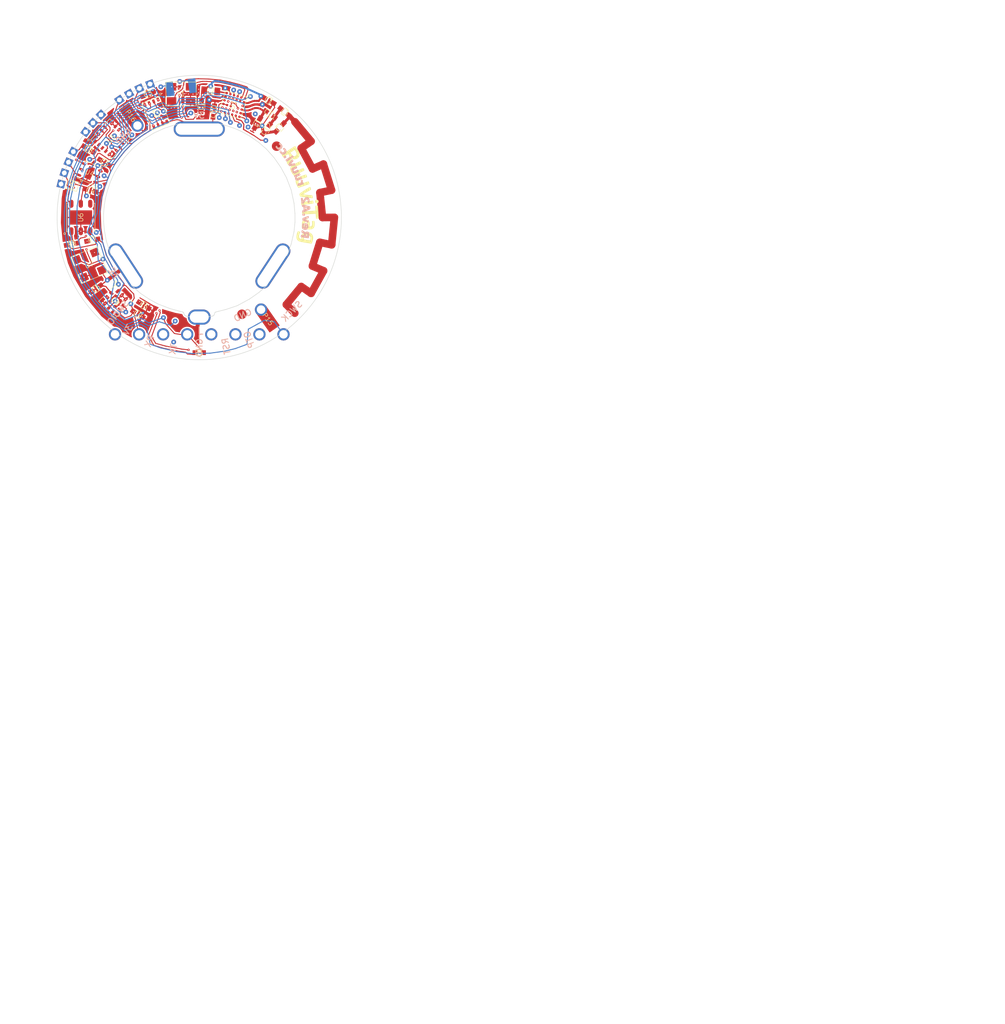
<source format=kicad_pcb>
(kicad_pcb (version 4) (host pcbnew 0.201505120158+5650~23~ubuntu15.04.1-product)
  (layers (0 Top signal) (1 GND+Sig signal) (2 VDD signal) (31 Bottom signal) (35 F.Paste user) (36 B.SilkS user) (37 F.SilkS user) (38 B.Mask user) (39 F.Mask user) (44 Edge.Cuts user))
  (net 0 "")
  (net 1 GND)
  (net 2 VDD)
  (net 3 /OTP_6V8_VIN)
  (net 4 /ANTENNA)
  (net 5 "Net-(L2-Pad1)")
  (net 6 /SPI_SCK)
  (net 7 /ACC_INT1)
  (net 8 /SPI_ACC_CS)
  (net 9 /SPI_FLASH_CS)
  (net 10 /SPI_MISO)
  (net 11 /SPI_MOSI)
  (net 12 /ACC_INT2)
  (net 13 /I2C_SCL)
  (net 14 /I2C_SDA)
  (net 15 /P1_5)
  (net 16 /P1_4)
  (net 17 /RST)
  (net 18 "Net-(U1-PadA1)")
  (net 19 "Net-(U1-PadB1)")
  (net 20 "Net-(U1-PadF5)")
  (net 21 "Net-(U1-PadF6)")
  (net 22 "Net-(U3-Pad2)")
  (net 23 "Net-(U3-Pad3)")
  (net 24 /LED)
  (net 25 "Net-(U6-Pad3)")
  (net 26 "Net-(U6-Pad4)")
  (net 27 "Net-(C7-Pad1)")
  (net 28 "Net-(U8-Pad5)")
  (net 29 /VDCDC)
  (net 30 "Net-(U1-PadB2)")
  (net 31 "Net-(U1-PadC2)")
  (net 32 "Net-(C11-Pad2)")
  (net 33 "Net-(P33-Pad1)")
  (net 34 "Net-(P13-Pad1)")
  (net 35 "Net-(P14-Pad1)")
  (net 36 "Net-(D1-Pad1)")
  (module RuuviTag:WLCSP34 (layer Top) (at 95.57 84.13 253)
    (fp_text reference U1 (at 0 0 253) (layer F.SilkS) (effects (font (size 0.5 0.5) (thickness 0.05))))
    (fp_text value DA1458X_WLCSP34)
    (pad A1 smd circle (at -1 -1 253) (size 0.25 0.25) (layers Top F.Paste F.Mask) (net 18 "Net-(U1-PadA1)"))
    (pad A2 smd circle (at -0.6 -1 253) (size 0.25 0.25) (layers Top F.Paste F.Mask) (net 29 /VDCDC))
    (pad A3 smd circle (at -0.2 -1 253) (size 0.25 0.25) (layers Top F.Paste F.Mask) (net 1 GND))
    (pad A4 smd circle (at 0.2 -1 253) (size 0.25 0.25) (layers Top F.Paste F.Mask) (net 4 /ANTENNA))
    (pad A5 smd circle (at 0.6 -1 253) (size 0.25 0.25) (layers Top F.Paste F.Mask) (net 1 GND))
    (pad A6 smd circle (at 1 -1 253) (size 0.25 0.25) (layers Top F.Paste F.Mask) (net 3 /OTP_6V8_VIN))
    (pad B1 smd circle (at -1 -0.6 253) (size 0.25 0.25) (layers Top F.Paste F.Mask) (net 19 "Net-(U1-PadB1)"))
    (pad B2 smd circle (at -0.6 -0.6 253) (size 0.25 0.25) (layers Top F.Paste F.Mask) (net 30 "Net-(U1-PadB2)"))
    (pad B4 smd circle (at 0.2 -0.6 253) (size 0.25 0.25) (layers Top F.Paste F.Mask) (net 1 GND))
    (pad B5 smd circle (at 0.6 -0.6 253) (size 0.25 0.25) (layers Top F.Paste F.Mask) (net 7 /ACC_INT1))
    (pad B6 smd circle (at 1 -0.6 253) (size 0.25 0.25) (layers Top F.Paste F.Mask) (net 6 /SPI_SCK))
    (pad C1 smd circle (at -1 -0.2 253) (size 0.25 0.25) (layers Top F.Paste F.Mask) (net 16 /P1_4))
    (pad C2 smd circle (at -0.6 -0.2 253) (size 0.25 0.25) (layers Top F.Paste F.Mask) (net 31 "Net-(U1-PadC2)"))
    (pad C3 smd circle (at -0.2 -0.2 253) (size 0.25 0.25) (layers Top F.Paste F.Mask) (net 1 GND))
    (pad C5 smd circle (at 0.6 -0.2 253) (size 0.25 0.25) (layers Top F.Paste F.Mask) (net 8 /SPI_ACC_CS))
    (pad C6 smd circle (at 1 -0.2 253) (size 0.25 0.25) (layers Top F.Paste F.Mask) (net 9 /SPI_FLASH_CS))
    (pad D1 smd circle (at -1 0.2 253) (size 0.25 0.25) (layers Top F.Paste F.Mask) (net 15 /P1_5))
    (pad D2 smd circle (at -0.6 0.2 253) (size 0.25 0.25) (layers Top F.Paste F.Mask) (net 14 /I2C_SDA))
    (pad D3 smd circle (at -0.2 0.2 253) (size 0.25 0.25) (layers Top F.Paste F.Mask) (net 1 GND))
    (pad D4 smd circle (at 0.2 0.2 253) (size 0.25 0.25) (layers Top F.Paste F.Mask) (net 1 GND))
    (pad D5 smd circle (at 0.6 0.2 253) (size 0.25 0.25) (layers Top F.Paste F.Mask) (net 24 /LED))
    (pad D6 smd circle (at 1 0.2 253) (size 0.25 0.25) (layers Top F.Paste F.Mask) (net 10 /SPI_MISO))
    (pad E1 smd circle (at -1 0.6 253) (size 0.25 0.25) (layers Top F.Paste F.Mask) (net 1 GND))
    (pad E2 smd circle (at -0.6 0.6 253) (size 0.25 0.25) (layers Top F.Paste F.Mask) (net 13 /I2C_SCL))
    (pad E3 smd circle (at -0.2 0.6 253) (size 0.25 0.25) (layers Top F.Paste F.Mask) (net 17 /RST))
    (pad E4 smd circle (at 0.2 0.6 253) (size 0.25 0.25) (layers Top F.Paste F.Mask) (net 2 VDD))
    (pad E5 smd circle (at 0.6 0.6 253) (size 0.25 0.25) (layers Top F.Paste F.Mask) (net 12 /ACC_INT2))
    (pad E6 smd circle (at 1 0.6 253) (size 0.25 0.25) (layers Top F.Paste F.Mask) (net 11 /SPI_MOSI))
    (pad F1 smd circle (at -1 1 253) (size 0.25 0.25) (layers Top F.Paste F.Mask) (net 5 "Net-(L2-Pad1)"))
    (pad F2 smd circle (at -0.6 1 253) (size 0.25 0.25) (layers Top F.Paste F.Mask) (net 29 /VDCDC))
    (pad F3 smd circle (at -0.2 1 253) (size 0.25 0.25) (layers Top F.Paste F.Mask) (net 1 GND))
    (pad F4 smd circle (at 0.2 1 253) (size 0.25 0.25) (layers Top F.Paste F.Mask) (net 2 VDD))
    (pad F5 smd circle (at 0.6 1 253) (size 0.25 0.25) (layers Top F.Paste F.Mask) (net 20 "Net-(U1-PadF5)"))
    (pad F6 smd circle (at 1 1 253) (size 0.25 0.25) (layers Top F.Paste F.Mask) (net 21 "Net-(U1-PadF6)"))
  )
  (module RuuviTag:USON8_2X3MM (layer Top) (at 87.43 85.01 292.2)
    (fp_text reference U2 (at 0 0 292.2) (layer F.SilkS) (effects (font (size 0.5 0.5) (thickness 0.05))))
    (fp_text value GENERIC_DATAFLASH)
    (pad 1 smd rect (at -1.25 -0.75 292.2) (size 0.4 0.25) (layers Top F.Paste F.Mask) (net 9 /SPI_FLASH_CS))
    (pad 2 smd rect (at -1.25 -0.25 292.2) (size 0.4 0.25) (layers Top F.Paste F.Mask) (net 10 /SPI_MISO))
    (pad 3 smd rect (at -1.25 0.25 292.2) (size 0.4 0.25) (layers Top F.Paste F.Mask) (net 2 VDD))
    (pad 4 smd rect (at -1.25 0.75 292.2) (size 0.4 0.25) (layers Top F.Paste F.Mask) (net 1 GND))
    (pad 5 smd rect (at 1.25 0.75 292.2) (size 0.4 0.25) (layers Top F.Paste F.Mask) (net 11 /SPI_MOSI))
    (pad 6 smd rect (at 1.25 0.25 292.2) (size 0.4 0.25) (layers Top F.Paste F.Mask) (net 6 /SPI_SCK))
    (pad 7 smd rect (at 1.25 -0.25 292.2) (size 0.4 0.25) (layers Top F.Paste F.Mask) (net 2 VDD))
    (pad 8 smd rect (at 1.25 -0.75 292.2) (size 0.4 0.25) (layers Top F.Paste F.Mask) (net 2 VDD))
  )
  (module RuuviTag:LGA16_3X3MM (layer Top) (at 82.65 87.71 47.7)
    (fp_text reference U3 (at 0 0.05 47.7) (layer F.SilkS) (effects (font (size 0.5 0.5) (thickness 0.05))))
    (fp_text value LIS331DLH)
    (pad 1 smd rect (at -1.3 -1 47.7) (size 0.4 0.25) (layers Top F.Paste F.Mask) (net 2 VDD))
    (pad 2 smd rect (at -1.3 -0.5 47.7) (size 0.4 0.25) (layers Top F.Paste F.Mask) (net 22 "Net-(U3-Pad2)"))
    (pad 3 smd rect (at -1.3 0 47.7) (size 0.4 0.25) (layers Top F.Paste F.Mask) (net 23 "Net-(U3-Pad3)"))
    (pad 4 smd rect (at -1.3 0.5 47.7) (size 0.4 0.25) (layers Top F.Paste F.Mask) (net 6 /SPI_SCK))
    (pad 5 smd rect (at -1.3 1 47.7) (size 0.4 0.25) (layers Top F.Paste F.Mask) (net 1 GND))
    (pad 6 smd rect (at -0.5 1.3 137.7) (size 0.4 0.25) (layers Top F.Paste F.Mask) (net 11 /SPI_MOSI))
    (pad 7 smd rect (at 0 1.3 137.7) (size 0.4 0.25) (layers Top F.Paste F.Mask) (net 10 /SPI_MISO))
    (pad 8 smd rect (at 0.5 1.3 137.7) (size 0.4 0.25) (layers Top F.Paste F.Mask) (net 8 /SPI_ACC_CS))
    (pad 9 smd rect (at 1.3 1 47.7) (size 0.4 0.25) (layers Top F.Paste F.Mask) (net 12 /ACC_INT2))
    (pad 10 smd rect (at 1.3 0.5 47.7) (size 0.4 0.25) (layers Top F.Paste F.Mask) (net 1 GND))
    (pad 11 smd rect (at 1.3 0 47.7) (size 0.4 0.25) (layers Top F.Paste F.Mask) (net 7 /ACC_INT1))
    (pad 12 smd rect (at 1.3 -0.5 47.7) (size 0.4 0.25) (layers Top F.Paste F.Mask) (net 1 GND))
    (pad 13 smd rect (at 1.3 -1 47.7) (size 0.4 0.25) (layers Top F.Paste F.Mask) (net 1 GND))
    (pad 14 smd rect (at 0.5 -1.3 137.7) (size 0.4 0.25) (layers Top F.Paste F.Mask) (net 2 VDD))
    (pad 15 smd rect (at 0 -1.3 137.7) (size 0.4 0.25) (layers Top F.Paste F.Mask) (net 2 VDD))
    (pad 16 smd rect (at -0.5 -1.3 137.7) (size 0.4 0.25) (layers Top F.Paste F.Mask) (net 1 GND))
  )
  (module RuuviTag:WLCSP4 (layer Top) (at 78.61 92.61 255)
    (fp_text reference U5 (at 0 0 255) (layer F.SilkS) (effects (font (size 0.5 0.5) (thickness 0.05))))
    (fp_text value AT30TS74_WLCSP)
    (pad A1 smd circle (at -0.2 -0.2 255) (size 0.25 0.25) (layers Top F.Paste F.Mask) (net 2 VDD))
    (pad A2 smd circle (at 0.2 -0.2 255) (size 0.25 0.25) (layers Top F.Paste F.Mask) (net 1 GND))
    (pad B1 smd circle (at -0.2 0.2 255) (size 0.25 0.25) (layers Top F.Paste F.Mask) (net 14 /I2C_SDA))
    (pad B2 smd circle (at 0.2 0.2 255) (size 0.25 0.25) (layers Top F.Paste F.Mask) (net 13 /I2C_SCL))
  )
  (module RuuviTag:DFN6_3X3MM (layer Top) (at 79.5 96 90)
    (fp_text reference U6 (at 0 0 90) (layer F.SilkS) (effects (font (size 0.5 0.5) (thickness 0.05))))
    (fp_text value Si7006)
    (pad 1 smd oval (at -1.45 -1 90) (size 0.85 0.45) (layers Top F.Paste F.Mask) (net 14 /I2C_SDA))
    (pad 2 smd oval (at -1.45 0 90) (size 0.85 0.45) (layers Top F.Paste F.Mask) (net 1 GND))
    (pad 3 smd oval (at -1.45 1 90) (size 0.85 0.45) (layers Top F.Paste F.Mask) (net 25 "Net-(U6-Pad3)"))
    (pad 4 smd oval (at 1.45 1 90) (size 0.85 0.45) (layers Top F.Paste F.Mask) (net 26 "Net-(U6-Pad4)"))
    (pad 5 smd oval (at 1.45 0 90) (size 0.85 0.45) (layers Top F.Paste F.Mask) (net 2 VDD))
    (pad 6 smd oval (at 1.45 -1 90) (size 0.85 0.45) (layers Top F.Paste F.Mask) (net 13 /I2C_SCL))
    (pad 7 smd rect (at 0 0 90) (size 1.5 2.4) (layers Top F.Mask) (net 1 GND))
  )
  (module RuuviTag:USON6_2X2MM_WITHTHRMLPAD (layer Top) (at 80.44 91.31 156.6)
    (fp_text reference U4 (at 0 0 156.6) (layer F.SilkS) (effects (font (size 0.5 0.5) (thickness 0.05))))
    (fp_text value OPT3001)
    (pad 1 smd oval (at -0.95 -0.65 156.6) (size 0.5 0.25) (layers Top F.Paste F.Mask) (net 2 VDD))
    (pad 2 smd oval (at -0.95 0 156.6) (size 0.5 0.25) (layers Top F.Paste F.Mask) (net 1 GND))
    (pad 3 smd oval (at -0.95 0.65 156.6) (size 0.5 0.25) (layers Top F.Paste F.Mask) (net 1 GND))
    (pad 4 smd oval (at 0.95 0.65 156.6) (size 0.5 0.25) (layers Top F.Paste F.Mask) (net 13 /I2C_SCL))
    (pad 5 smd oval (at 0.95 0 156.6) (size 0.5 0.25) (layers Top F.Paste F.Mask) (net 12 /ACC_INT2))
    (pad 6 smd oval (at 0.95 -0.65 156.6) (size 0.5 0.25) (layers Top F.Paste F.Mask) (net 14 /I2C_SDA))
    (pad 7 smd rect (at 0 0 156.6) (size 0.65 1.35) (layers Top F.Mask) (net 1 GND))
  )
  (module RuuviTag:UVIS25 (layer Top) (at 83.15 104.85 314.4)
    (fp_text reference U8 (at 0 0 314.4) (layer F.SilkS) (effects (font (size 0.5 0.5) (thickness 0.05))))
    (fp_text value UVIS25)
    (pad 1 smd rect (at -0.925 -0.3 314.4) (size 0.45 0.3) (layers Top F.Paste F.Mask) (net 2 VDD))
    (pad 2 smd rect (at -0.925 0.3 314.4) (size 0.45 0.3) (layers Top F.Paste F.Mask) (net 13 /I2C_SCL))
    (pad 3 smd rect (at -0.6 0.925 44.4) (size 0.45 0.3) (layers Top F.Paste F.Mask) (net 1 GND))
    (pad 4 smd rect (at 0 0.925 44.4) (size 0.45 0.3) (layers Top F.Paste F.Mask) (net 14 /I2C_SDA))
    (pad 5 smd rect (at 0.6 0.925 44.4) (size 0.45 0.3) (layers Top F.Paste F.Mask) (net 28 "Net-(U8-Pad5)"))
    (pad 6 smd rect (at 0.925 0.3 314.4) (size 0.45 0.3) (layers Top F.Paste F.Mask) (net 2 VDD))
    (pad 7 smd rect (at 0.925 -0.3 314.4) (size 0.45 0.3) (layers Top F.Paste F.Mask) (net 12 /ACC_INT2))
    (pad 8 smd rect (at 0.6 -0.925 44.4) (size 0.45 0.3) (layers Top F.Paste F.Mask) (net 1 GND))
    (pad 9 smd rect (at 0 -0.925 44.4) (size 0.45 0.3) (layers Top F.Paste F.Mask) (net 1 GND))
    (pad 10 smd rect (at -0.6 -0.925 44.4) (size 0.45 0.3) (layers Top F.Paste F.Mask) (net 2 VDD))
  )
  (module RuuviTag:0603_GENERAL (layer Top) (at 93.21 82.65 175)
    (fp_text reference L2 (at 0 0 175) (layer F.SilkS) (effects (font (size 0.5 0.5) (thickness 0.05))))
    (fp_text value 2u2)
    (pad 1 smd rect (at -0.7 0 175) (size 0.6 0.8) (layers Top F.Paste F.Mask) (net 5 "Net-(L2-Pad1)"))
    (pad 2 smd rect (at 0.7 0 175) (size 0.6 0.8) (layers Top F.Paste F.Mask) (net 29 /VDCDC))
  )
  (module RuuviTag:WIDE_PLATED_HOLE (layer Top) (at 99.77 101.12 236.6)
    (fp_text reference P33 (at 0 0 236.6) (layer F.SilkS) (effects (font (size 0.5 0.5) (thickness 0.05))))
    (fp_text value +BATT)
    (pad 1 thru_hole oval (at 0 0 236.6) (size 5.4 1.6) (drill oval 5 1.2) (layers *.Cu *.Mask) (net 33 "Net-(P33-Pad1)"))
  )
  (module RuuviTag:WIDE_PLATED_HOLE (layer Top) (at 92 86.68)
    (fp_text reference P32 (at 0 0) (layer F.SilkS) (effects (font (size 0.5 0.5) (thickness 0.05))))
    (fp_text value +BATT)
    (pad 1 thru_hole oval (at 0 0) (size 5.4 1.6) (drill oval 5 1.2) (layers *.Cu *.Mask) (net 2 VDD))
  )
  (module RuuviTag:WIDE_PLATED_HOLE (layer Top) (at 84.23 101.12 123.3)
    (fp_text reference P27 (at 0 0 123.3) (layer F.SilkS) (effects (font (size 0.5 0.5) (thickness 0.05))))
    (fp_text value +BATT)
    (pad 1 thru_hole oval (at 0 0 123.3) (size 5.4 1.6) (drill oval 5 1.2) (layers *.Cu *.Mask) (net 2 VDD))
  )
  (module RuuviTag:WIDE_PLATED_HOLE2 (layer Top) (at 92 106.5)
    (fp_text reference P5 (at 0 0) (layer F.SilkS) (effects (font (size 0.5 0.5) (thickness 0.05))))
    (fp_text value ENERGY_HARVESTER_GND)
    (pad 1 thru_hole oval (at 0 0) (size 2.4 1.6) (drill oval 2 1.2) (layers *.Cu *.Mask) (net 1 GND))
  )
  (module RuuviTag:09MM_PLATED_HOLE (layer Top) (at 85.65 108.32 90)
    (fp_text reference P18 hide)
    (fp_text value "EXTRNL_PWR_(DURING_FLASHING)")
    (pad 1 thru_hole circle (at 0 0 90) (size 1.3 1.3) (drill 0.9) (layers *.Cu *.Mask) (net 2 VDD))
  )
  (module RuuviTag:09MM_PLATED_HOLE (layer Top) (at 90.73 108.32 90)
    (fp_text reference P19 hide)
    (fp_text value "UART_TX_(FLASHING)")
    (pad 1 thru_hole circle (at 0 0 90) (size 1.3 1.3) (drill 0.9) (layers *.Cu *.Mask) (net 24 /LED))
  )
  (module RuuviTag:09MM_PLATED_HOLE (layer Top) (at 88.19 108.32 90)
    (fp_text reference P20 hide)
    (fp_text value "UART_RX_(FLASHING)")
    (pad 1 thru_hole circle (at 0 0 90) (size 1.3 1.3) (drill 0.9) (layers *.Cu *.Mask) (net 10 /SPI_MISO))
  )
  (module RuuviTag:09MM_PLATED_HOLE (layer Top) (at 93.27 108.32 90)
    (fp_text reference P21 hide)
    (fp_text value "GND_(FLASHING)")
    (pad 1 thru_hole circle (at 0 0 90) (size 1.3 1.3) (drill 0.9) (layers *.Cu *.Mask) (net 1 GND))
  )
  (module RuuviTag:09MM_PLATED_HOLE (layer Top) (at 85.48 86.31)
    (fp_text reference P28 hide)
    (fp_text value GND)
    (pad 1 thru_hole circle (at 0 0) (size 1.3 1.3) (drill 0.9) (layers *.Cu *.Mask) (net 1 GND))
  )
  (module RuuviTag:09MM_PLATED_HOLE (layer Top) (at 98.52 105.71 90)
    (fp_text reference P34 hide)
    (fp_text value GND)
    (pad 1 thru_hole circle (at 0 0 90) (size 1.3 1.3) (drill 0.9) (layers *.Cu *.Mask) (net 1 GND))
  )
  (module RuuviTag:09MM_PLATED_HOLE (layer Top) (at 98.35 108.32 90)
    (fp_text reference P22 hide)
    (fp_text value "OTP_6V8_(FLASHING)")
    (pad 1 thru_hole circle (at 0 0 90) (size 1.3 1.3) (drill 0.9) (layers *.Cu *.Mask) (net 3 /OTP_6V8_VIN))
  )
  (module RuuviTag:09MM_PLATED_HOLE (layer Top) (at 95.82 108.32 90)
    (fp_text reference P25 hide)
    (fp_text value "RST_(FLASHING)")
    (pad 1 thru_hole circle (at 0 0 90) (size 1.3 1.3) (drill 0.9) (layers *.Cu *.Mask) (net 17 /RST))
  )
  (module RuuviTag:09MM_PLATED_HOLE (layer Top) (at 83.11 108.32 90)
    (fp_text reference P23 hide)
    (fp_text value SWDIO)
    (pad 1 thru_hole circle (at 0 0 90) (size 1.3 1.3) (drill 0.9) (layers *.Cu *.Mask) (net 15 /P1_5))
  )
  (module RuuviTag:09MM_PLATED_HOLE (layer Top) (at 100.89 108.32 90)
    (fp_text reference P24 hide)
    (fp_text value SWD_CLK)
    (pad 1 thru_hole circle (at 0 0 90) (size 1.3 1.3) (drill 0.9) (layers *.Cu *.Mask) (net 16 /P1_4))
  )
  (module RuuviTag:05MM_PLATED_RECT_HOLE (layer Top) (at 81.63 85.16 134)
    (fp_text reference P1 hide)
    (fp_text value SPI_SCK)
    (pad 1 thru_hole rect (at 0 0 134) (size 0.8 0.8) (drill 0.5) (layers *.Cu *.Mask) (net 6 /SPI_SCK))
  )
  (module RuuviTag:05MM_PLATED_RECT_HOLE (layer Top) (at 86.81 81.93 110)
    (fp_text reference P2 hide)
    (fp_text value P0_1)
    (pad 1 thru_hole rect (at 0 0 110) (size 0.8 0.8) (drill 0.5) (layers *.Cu *.Mask) (net 7 /ACC_INT1))
  )
  (module RuuviTag:05MM_PLATED_RECT_HOLE (layer Top) (at 85.68 82.39 115)
    (fp_text reference P3 hide)
    (fp_text value P0_2)
    (pad 1 thru_hole rect (at 0 0 115) (size 0.8 0.8) (drill 0.5) (layers *.Cu *.Mask) (net 8 /SPI_ACC_CS))
  )
  (module RuuviTag:05MM_PLATED_RECT_HOLE (layer Top) (at 84.6 82.95 120)
    (fp_text reference P4 hide)
    (fp_text value P0_3)
    (pad 1 thru_hole rect (at 0 0 120) (size 0.8 0.8) (drill 0.5) (layers *.Cu *.Mask) (net 9 /SPI_FLASH_CS))
  )
  (module RuuviTag:05MM_PLATED_RECT_HOLE (layer Top) (at 80.01 86.98 144)
    (fp_text reference P6 hide)
    (fp_text value SPI_MISO)
    (pad 1 thru_hole rect (at 0 0 144) (size 0.8 0.8) (drill 0.5) (layers *.Cu *.Mask) (net 10 /SPI_MISO))
  )
  (module RuuviTag:05MM_PLATED_RECT_HOLE (layer Top) (at 80.78 86.03 138)
    (fp_text reference P7 hide)
    (fp_text value SPI_MOSI)
    (pad 1 thru_hole rect (at 0 0 138) (size 0.8 0.8) (drill 0.5) (layers *.Cu *.Mask) (net 11 /SPI_MOSI))
  )
  (module RuuviTag:05MM_PLATED_RECT_HOLE (layer Top) (at 83.57 83.6 125)
    (fp_text reference P8 hide)
    (fp_text value P0_7)
    (pad 1 thru_hole rect (at 0 0 125) (size 0.8 0.8) (drill 0.5) (layers *.Cu *.Mask) (net 12 /ACC_INT2))
  )
  (module RuuviTag:05MM_PLATED_RECT_HOLE (layer Top) (at 77.76 91.3 161)
    (fp_text reference P9 hide)
    (fp_text value I2C_SCL)
    (pad 1 thru_hole rect (at 0 0 161) (size 0.8 0.8) (drill 0.5) (layers *.Cu *.Mask) (net 13 /I2C_SCL))
  )
  (module RuuviTag:05MM_PLATED_RECT_HOLE (layer Top) (at 78.2 90.17 156.6)
    (fp_text reference P10 hide)
    (fp_text value I2C_SDA)
    (pad 1 thru_hole rect (at 0 0 156.6) (size 0.8 0.8) (drill 0.5) (layers *.Cu *.Mask) (net 14 /I2C_SDA))
  )
  (module RuuviTag:05MM_PLATED_RECT_HOLE (layer Top) (at 78.71 89.06 152)
    (fp_text reference P11 hide)
    (fp_text value I2C_VDD)
    (pad 1 thru_hole rect (at 0 0 152) (size 0.8 0.8) (drill 0.5) (layers *.Cu *.Mask) (net 2 VDD))
  )
  (module RuuviTag:05MM_PLATED_RECT_HOLE (layer Top) (at 77.42 92.47 166)
    (fp_text reference P12 hide)
    (fp_text value I2C_GND)
    (pad 1 thru_hole rect (at 0 0 166) (size 0.8 0.8) (drill 0.5) (layers *.Cu *.Mask) (net 1 GND))
  )
  (module RuuviTag:0402_GENERAL (layer Top) (at 99.09 86.69 233)
    (fp_text reference C12 (at 0 0 233) (layer F.SilkS) (effects (font (size 0.5 0.5) (thickness 0.05))))
    (fp_text value NA)
    (pad 1 smd rect (at -0.55 0 233) (size 0.6 0.5) (layers Top F.Paste F.Mask) (net 32 "Net-(C11-Pad2)"))
    (pad 2 smd rect (at 0.55 0 233) (size 0.6 0.5) (layers Top F.Paste F.Mask) (net 1 GND))
  )
  (module RuuviTag:0402_GENERAL (layer Top) (at 99.48 85.11 325)
    (fp_text reference C11 (at 0 0 325) (layer F.SilkS) (effects (font (size 0.5 0.5) (thickness 0.05))))
    (fp_text value 0_ohm_resistor)
    (pad 1 smd rect (at -0.55 0 325) (size 0.6 0.5) (layers Top F.Paste F.Mask) (net 4 /ANTENNA))
    (pad 2 smd rect (at 0.55 0 325) (size 0.6 0.5) (layers Top F.Paste F.Mask) (net 32 "Net-(C11-Pad2)"))
  )
  (module RuuviTag:0402_GENERAL (layer Top) (at 78.56 98.81 11.1)
    (fp_text reference R8 (at 0 0 11.1) (layer F.SilkS) (effects (font (size 0.5 0.5) (thickness 0.05))))
    (fp_text value 10k)
    (pad 1 smd rect (at -0.55 0 11.1) (size 0.6 0.5) (layers Top F.Paste F.Mask) (net 2 VDD))
    (pad 2 smd rect (at 0.55 0 11.1) (size 0.6 0.5) (layers Top F.Paste F.Mask) (net 14 /I2C_SDA))
  )
  (module RuuviTag:0402_GENERAL (layer Top) (at 80.71 98.39 11.1)
    (fp_text reference R7 (at 0 0 11.1) (layer F.SilkS) (effects (font (size 0.5 0.5) (thickness 0.05))))
    (fp_text value 10k)
    (pad 1 smd rect (at -0.55 0 11.1) (size 0.6 0.5) (layers Top F.Paste F.Mask) (net 13 /I2C_SCL))
    (pad 2 smd rect (at 0.55 0 11.1) (size 0.6 0.5) (layers Top F.Paste F.Mask) (net 2 VDD))
  )
  (module RuuviTag:0402_GENERAL (layer Top) (at 86.15 105.26 328)
    (fp_text reference R6 (at 0 0 328) (layer F.SilkS) (effects (font (size 0.5 0.5) (thickness 0.05))))
    (fp_text value 470)
    (pad 1 smd rect (at -0.55 0 328) (size 0.6 0.5) (layers Top F.Paste F.Mask) (net 36 "Net-(D1-Pad1)"))
    (pad 2 smd rect (at 0.55 0 328) (size 0.6 0.5) (layers Top F.Paste F.Mask) (net 1 GND))
  )
  (module RuuviTag:0402_GENERAL (layer Top) (at 101.02 84.87 320)
    (fp_text reference L3 (at 0 0 320) (layer F.SilkS) (effects (font (size 0.5 0.5) (thickness 0.05))))
    (fp_text value 0_ohm_resistor)
    (pad 1 smd rect (at -0.55 0 320) (size 0.6 0.5) (layers Top F.Paste F.Mask) (net 32 "Net-(C11-Pad2)"))
    (pad 2 smd rect (at 0.55 0 320) (size 0.6 0.5) (layers Top F.Paste F.Mask) (net 27 "Net-(C7-Pad1)"))
  )
  (module RuuviTag:0402_GENERAL (layer Top) (at 98.14 86.05 60)
    (fp_text reference L1 (at 0 0 60) (layer F.SilkS) (effects (font (size 0.5 0.5) (thickness 0.05))))
    (fp_text value NA)
    (pad 1 smd rect (at -0.55 0 60) (size 0.6 0.5) (layers Top F.Paste F.Mask) (net 1 GND))
    (pad 2 smd rect (at 0.55 0 60) (size 0.6 0.5) (layers Top F.Paste F.Mask) (net 4 /ANTENNA))
  )
  (module RuuviTag:0402_GENERAL (layer Top) (at 93.53 84.83 83)
    (fp_text reference C10 (at 0 0 83) (layer F.SilkS) (effects (font (size 0.5 0.5) (thickness 0.05))))
    (fp_text value 1u)
    (pad 1 smd rect (at -0.55 0 83) (size 0.6 0.5) (layers Top F.Paste F.Mask) (net 2 VDD))
    (pad 2 smd rect (at 0.55 0 83) (size 0.6 0.5) (layers Top F.Paste F.Mask) (net 1 GND))
  )
  (module RuuviTag:0402_GENERAL (layer Top) (at 85.52 106.19 328)
    (fp_text reference C9 (at 0 0 328) (layer F.SilkS) (effects (font (size 0.5 0.5) (thickness 0.05))))
    (fp_text value 1u)
    (pad 1 smd rect (at -0.55 0 328) (size 0.6 0.5) (layers Top F.Paste F.Mask) (net 2 VDD))
    (pad 2 smd rect (at 0.55 0 328) (size 0.6 0.5) (layers Top F.Paste F.Mask) (net 1 GND))
  )
  (module RuuviTag:0402_GENERAL (layer Top) (at 80.32 88.81 328)
    (fp_text reference C8 (at 0 0 328) (layer F.SilkS) (effects (font (size 0.5 0.5) (thickness 0.05))))
    (fp_text value 1u)
    (pad 1 smd rect (at -0.55 0 328) (size 0.6 0.5) (layers Top F.Paste F.Mask) (net 2 VDD))
    (pad 2 smd rect (at 0.55 0 328) (size 0.6 0.5) (layers Top F.Paste F.Mask) (net 1 GND))
  )
  (module RuuviTag:0402_GENERAL (layer Top) (at 100.5 86.51 227)
    (fp_text reference C7 (at 0 0 227) (layer F.SilkS) (effects (font (size 0.5 0.5) (thickness 0.05))))
    (fp_text value NA)
    (pad 1 smd rect (at -0.55 0 227) (size 0.6 0.5) (layers Top F.Paste F.Mask) (net 27 "Net-(C7-Pad1)"))
    (pad 2 smd rect (at 0.55 0 227) (size 0.6 0.5) (layers Top F.Paste F.Mask) (net 1 GND))
  )
  (module RuuviTag:0402_GENERAL (layer Top) (at 81.1 103.5 215)
    (fp_text reference C6 (at 0 0 215) (layer F.SilkS) (effects (font (size 0.5 0.5) (thickness 0.05))))
    (fp_text value 1u)
    (pad 1 smd rect (at -0.55 0 215) (size 0.6 0.5) (layers Top F.Paste F.Mask) (net 2 VDD))
    (pad 2 smd rect (at 0.55 0 215) (size 0.6 0.5) (layers Top F.Paste F.Mask) (net 1 GND))
  )
  (module RuuviTag:0402_GENERAL (layer Top) (at 82.01 90.21 148)
    (fp_text reference C5 (at 0 0 148) (layer F.SilkS) (effects (font (size 0.5 0.5) (thickness 0.05))))
    (fp_text value 1u)
    (pad 1 smd rect (at -0.55 0 148) (size 0.6 0.5) (layers Top F.Paste F.Mask) (net 2 VDD))
    (pad 2 smd rect (at 0.55 0 148) (size 0.6 0.5) (layers Top F.Paste F.Mask) (net 1 GND))
  )
  (module RuuviTag:0402_GENERAL (layer Top) (at 80.52 93.14 345)
    (fp_text reference C4 (at 0 0 345) (layer F.SilkS) (effects (font (size 0.5 0.5) (thickness 0.05))))
    (fp_text value 1u)
    (pad 1 smd rect (at -0.55 0 345) (size 0.6 0.5) (layers Top F.Paste F.Mask) (net 2 VDD))
    (pad 2 smd rect (at 0.55 0 345) (size 0.6 0.5) (layers Top F.Paste F.Mask) (net 1 GND))
  )
  (module RuuviTag:0402_GENERAL (layer Top) (at 86.59 82.99 22.2)
    (fp_text reference C3 (at 0 0 22.2) (layer F.SilkS) (effects (font (size 0.5 0.5) (thickness 0.05))))
    (fp_text value 1u)
    (pad 1 smd rect (at -0.55 0 22.2) (size 0.6 0.5) (layers Top F.Paste F.Mask) (net 2 VDD))
    (pad 2 smd rect (at 0.55 0 22.2) (size 0.6 0.5) (layers Top F.Paste F.Mask) (net 1 GND))
  )
  (module RuuviTag:0402_GENERAL (layer Top) (at 92.22 84.23 267)
    (fp_text reference C2 (at 0 0 267) (layer F.SilkS) (effects (font (size 0.5 0.5) (thickness 0.05))))
    (fp_text value 1u)
    (pad 1 smd rect (at -0.55 0 267) (size 0.6 0.5) (layers Top F.Paste F.Mask) (net 29 /VDCDC))
    (pad 2 smd rect (at 0.55 0 267) (size 0.6 0.5) (layers Top F.Paste F.Mask) (net 1 GND))
  )
  (module RuuviTag:0402_GENERAL (layer Top) (at 99.34 83.67 330)
    (fp_text reference C1 (at 0 0 330) (layer F.SilkS) (effects (font (size 0.5 0.5) (thickness 0.05))))
    (fp_text value 1u)
    (pad 1 smd rect (at -0.55 0 330) (size 0.6 0.5) (layers Top F.Paste F.Mask) (net 29 /VDCDC))
    (pad 2 smd rect (at 0.55 0 330) (size 0.6 0.5) (layers Top F.Paste F.Mask) (net 1 GND))
  )
  (module RuuviTag:HIDDEN (layer Top) (at 92 96)
    (fp_text reference REF** hide)
    (fp_text value HIDDEN hide)
  )
  (module RuuviTag:FIDUCIAL_1MM (layer Top) (at 96.5 106.2)
    (fp_text reference P13 hide)
    (fp_text value FIDUCIAL)
    (pad 1 smd circle (at 0 0) (size 1 1) (layers Top F.Mask) (net 34 "Net-(P13-Pad1)") (clearance 0.5))
  )
  (module RuuviTag:FIDUCIAL_1MM (layer Top) (at 100.16 88.48)
    (fp_text reference P14 hide)
    (fp_text value FIDUCIAL)
    (pad 1 smd circle (at 0 0) (size 1 1) (layers Top F.Mask) (net 35 "Net-(P14-Pad1)") (clearance 0.5))
  )
  (module RuuviTag:RUUVITAG_CURVED_SILK (layer Top) (at 102.61 93.6 358.5)
    (fp_text reference G*** hide)
    (fp_text value RUUVITAG_CURVED_SILK hide)
  )
  (module RuuviTag:32X25MM_4PIN_CRYSTAL (layer Top) (at 90.08 82.97)
    (fp_text reference Y1 (at 0 0) (layer F.SilkS) (effects (font (size 0.5 0.5) (thickness 0.05))))
    (fp_text value 16M)
    (pad 4 smd rect (at -1 -0.75) (size 1 0.8) (layers Top F.Paste F.Mask) (net 1 GND))
    (pad 1 smd rect (at -1 0.75) (size 1 0.8) (layers Top F.Paste F.Mask) (net 18 "Net-(U1-PadA1)"))
    (pad 2 smd rect (at 1 0.75) (size 1 0.8) (layers Top F.Paste F.Mask) (net 1 GND))
    (pad 3 smd rect (at 1 -0.75) (size 1 0.8) (layers Top F.Paste F.Mask) (net 19 "Net-(U1-PadB1)"))
  )
  (module RuuviTag:RECT_PAD_13X25MM (layer Top) (at 99.24 106.73 125)
    (fp_text reference P15 (at 0 0 125) (layer F.SilkS) (effects (font (size 0.5 0.5) (thickness 0.05))))
    (fp_text value GND)
    (pad 1 smd rect (at 0 0 125) (size 2.5 1.3) (layers Top F.Paste F.Mask) (net 1 GND))
  )
  (module RuuviTag:RECT_PAD_13X25MM (layer Top) (at 84.77 85.29 125)
    (fp_text reference P16 (at 0 0 125) (layer F.SilkS) (effects (font (size 0.5 0.5) (thickness 0.05))))
    (fp_text value GND)
    (pad 1 smd rect (at 0 0 125) (size 2.5 1.3) (layers Top F.Paste F.Mask) (net 1 GND))
  )
  (module RuuviTag:0402_LED (layer Top) (at 92 110.25)
    (fp_text reference D1 (at 0 0) (layer F.SilkS) (effects (font (size 0.5 0.5) (thickness 0.05))))
    (fp_text value LED)
    (pad 1 smd rect (at -0.45 0) (size 0.5 0.5) (layers Top F.Paste F.Mask) (net 36 "Net-(D1-Pad1)"))
    (pad 2 smd rect (at 0.45 0) (size 0.5 0.5) (layers Top F.Paste F.Mask) (net 24 /LED))
  )
  (module RuuviTag:WIDE_MECHANICAL_HOLE (layer Top) (at 101.53 102.27 236.6)
    (fp_text reference P17 (at 0 0 236.6) (layer F.SilkS) (effects (font (size 0.5 0.5) (thickness 0.05))))
    (fp_text value BATTERY_TIGHTENER_HOLE)
    (pad "" np_thru_hole oval (at 0 0 236.6) (size 7 1) (drill oval 7 1) (layers *.Cu *.Mask))
  )
  (module RuuviTag:MS5637 (layer Top) (at 80.4 101 202.2)
    (fp_text reference U7 (at 0 0 202.2) (layer F.SilkS) (effects (font (size 0.5 0.5) (thickness 0.05))))
    (fp_text value MS5637)
    (pad 1 smd rect (at -1 -1 202.2) (size 0.8 0.8) (layers Top F.Paste F.Mask) (net 2 VDD))
    (pad 2 smd rect (at -1 1 202.2) (size 0.8 0.8) (layers Top F.Paste F.Mask) (net 14 /I2C_SDA))
    (pad 3 smd rect (at 1 1 202.2) (size 0.8 0.8) (layers Top F.Paste F.Mask) (net 13 /I2C_SCL))
    (pad 4 smd rect (at 1 -1 202.2) (size 0.8 0.8) (layers Top F.Paste F.Mask) (net 1 GND))
  )
  (module RuuviTag:32X15MM_2PIN_CRYSTAL (layer Bottom) (at 90.09 82.28 8)
    (fp_text reference Y2 (at 0 0 8) (layer B.SilkS) (effects (font (size 0.5 0.5) (thickness 0.05)) (justify mirror)))
    (fp_text value 32K)
    (pad 1 smd rect (at -1.2 0 8) (size 0.8 1.5) (layers Bottom B.Mask) (net 20 "Net-(U1-PadF5)"))
    (pad 2 smd rect (at 1.2 0 8) (size 0.8 1.5) (layers Bottom B.Mask) (net 21 "Net-(U1-PadF6)"))
  )
  (module RuuviTag:REVA2_RUUVICC_CURVED_SILK (layer Bottom) (at 101.88 93.27 39)
    (fp_text reference G*** hide)
    (fp_text value REVA2_RUUVICC_CURVED_SILK hide)
  )
  (gr_line (start 99.42 100.97) (end 101.25 100) (angle 90) (layer Edge.Cuts) (width 0.05))
  (gr_line (start 99.15 103.15) (end 99.42 100.97) (angle 90) (layer Edge.Cuts) (width 0.05))
  (gr_line (start 84.55 100.91) (end 84.85 103.15) (angle 90) (layer Edge.Cuts) (width 0.05))
  (gr_line (start 82.7 99.95) (end 84.55 100.91) (angle 90) (layer Edge.Cuts) (width 0.05))
  (gr_line (start 92 87.07) (end 94 86.1) (angle 90) (layer Edge.Cuts) (width 0.05))
  (gr_line (start 90 86.1) (end 92 87.07) (angle 90) (layer Edge.Cuts) (width 0.05))
  (gr_line (start 92.2 108.3) (end 92.37 108.3) (angle 90) (layer B.SilkS) (width 0.1))
  (gr_line (start 92.15 108.3) (end 92.2 108.3) (angle 90) (layer B.SilkS) (width 0.1))
  (gr_line (start 92.08 108.32) (end 92.15 108.3) (angle 90) (layer B.SilkS) (width 0.1))
  (gr_line (start 92.05 108.34) (end 92.08 108.32) (angle 90) (layer B.SilkS) (width 0.1))
  (gr_line (start 92.01 108.41) (end 92.05 108.34) (angle 90) (layer B.SilkS) (width 0.1))
  (gr_line (start 92 108.48) (end 92.01 108.41) (angle 90) (layer B.SilkS) (width 0.1))
  (gr_line (start 92 108.65) (end 92 107.55) (angle 90) (layer B.SilkS) (width 0.1))
  (gr_text GND (at 84.02 87.42 43) (layer B.SilkS) (effects (font (size 0.65 0.65) (thickness 0.1)) (justify mirror)))
  (gr_text 3V (at 91.98 85.23) (layer B.SilkS) (effects (font (size 0.65 0.65) (thickness 0.1)) (justify mirror)))
  (gr_text 3V (at 83 101.81 124) (layer B.SilkS) (effects (font (size 0.65 0.65) (thickness 0.1)) (justify mirror)))
  (gr_text GND (at 96.59 106.31 25) (layer B.SilkS) (effects (font (size 0.65 0.65) (thickness 0.1)) (justify mirror)))
  (gr_text SWCK (at 101.77 105.9 45) (layer B.SilkS) (effects (font (size 0.65 0.65) (thickness 0.1)) (justify mirror)))
  (gr_text SWDIO (at 83.42 106.04 52) (layer B.SilkS) (effects (font (size 0.65 0.65) (thickness 0.1)) (justify mirror)))
  (gr_text 3V (at 84.47 107.84 60) (layer B.SilkS) (effects (font (size 0.65 0.65) (thickness 0.1)) (justify mirror)))
  (gr_text RX (at 86.76 109.03 70) (layer B.SilkS) (effects (font (size 0.65 0.65) (thickness 0.1)) (justify mirror)))
  (gr_text TX (at 89.25 109.87 80) (layer B.SilkS) (effects (font (size 0.65 0.65) (thickness 0.1)) (justify mirror)))
  (gr_text GND (at 92.01 109.74 90) (layer B.SilkS) (effects (font (size 0.65 0.65) (thickness 0.1)) (justify mirror)))
  (gr_text RST (at 94.85 109.57 100) (layer B.SilkS) (effects (font (size 0.65 0.65) (thickness 0.1)) (justify mirror)))
  (gr_text OTP (at 97.29 108.88 110) (layer B.SilkS) (effects (font (size 0.65 0.65) (thickness 0.1)) (justify mirror)))
  (gr_line (start 93 106.46) (end 93.35 106.41) (angle 90) (layer Edge.Cuts) (width 0.05))
  (gr_line (start 90.64 106.41) (end 91 106.46) (angle 90) (layer Edge.Cuts) (width 0.05))
  (gr_line (start 90.36 106.06) (end 90.37 106.1) (angle 90) (layer Edge.Cuts) (width 0.05))
  (gr_line (start 90.34 106.02) (end 90.36 106.06) (angle 90) (layer Edge.Cuts) (width 0.05))
  (gr_line (start 90.3 105.98) (end 90.34 106.02) (angle 90) (layer Edge.Cuts) (width 0.05))
  (gr_line (start 90.26 105.96) (end 90.3 105.98) (angle 90) (layer Edge.Cuts) (width 0.05))
  (gr_line (start 90.37 106.1) (end 90.39 106.17) (angle 90) (layer Edge.Cuts) (width 0.05))
  (gr_line (start 90.6 106.4) (end 90.64 106.41) (angle 90) (layer Edge.Cuts) (width 0.05))
  (gr_line (start 90.52 106.36) (end 90.6 106.4) (angle 90) (layer Edge.Cuts) (width 0.05))
  (gr_line (start 90.46 106.3) (end 90.52 106.36) (angle 90) (layer Edge.Cuts) (width 0.05))
  (gr_line (start 90.42 106.24) (end 90.46 106.3) (angle 90) (layer Edge.Cuts) (width 0.05))
  (gr_line (start 90.39 106.17) (end 90.42 106.24) (angle 90) (layer Edge.Cuts) (width 0.05))
  (gr_line (start 93.43 106.39) (end 93.35 106.41) (angle 90) (layer Edge.Cuts) (width 0.05))
  (gr_line (start 93.51 106.34) (end 93.43 106.39) (angle 90) (layer Edge.Cuts) (width 0.05))
  (gr_line (start 93.57 106.26) (end 93.51 106.34) (angle 90) (layer Edge.Cuts) (width 0.05))
  (gr_line (start 93.62 106.14) (end 93.57 106.26) (angle 90) (layer Edge.Cuts) (width 0.05))
  (gr_line (start 93.75 105.96) (end 94 105.9) (angle 90) (layer Edge.Cuts) (width 0.05))
  (gr_line (start 93.69 106) (end 93.75 105.96) (angle 90) (layer Edge.Cuts) (width 0.05))
  (gr_line (start 93.65 106.04) (end 93.69 106) (angle 90) (layer Edge.Cuts) (width 0.05))
  (gr_line (start 93.62 106.12) (end 93.65 106.04) (angle 90) (layer Edge.Cuts) (width 0.05))
  (gr_line (start 91 106.46) (end 93 106.46) (angle 90) (layer Edge.Cuts) (width 0.05))
  (gr_line (start 90 105.9) (end 90.26 105.96) (angle 90) (layer Edge.Cuts) (width 0.05))
  (gr_line (start 99.15 103.15) (end 98.3 103.9) (angle 90) (layer Edge.Cuts) (width 0.05))
  (gr_line (start 101.4 99.7) (end 101.25 100) (angle 90) (layer Edge.Cuts) (width 0.05))
  (gr_line (start 84.85 103.15) (end 85 103.3) (angle 90) (layer Edge.Cuts) (width 0.05))
  (gr_line (start 82.6 99.7) (end 82.7 99.95) (angle 90) (layer Edge.Cuts) (width 0.05))
  (gr_line (start 96.4 86.9) (end 95.7 86.6) (angle 90) (layer Edge.Cuts) (width 0.05))
  (gr_line (start 97.3 87.4) (end 96.4 86.9) (angle 90) (layer Edge.Cuts) (width 0.05))
  (gr_line (start 98.3 88.1) (end 97.3 87.4) (angle 90) (layer Edge.Cuts) (width 0.05))
  (gr_line (start 99.1 88.8) (end 98.3 88.1) (angle 90) (layer Edge.Cuts) (width 0.05))
  (gr_line (start 99.9 89.7) (end 99.1 88.8) (angle 90) (layer Edge.Cuts) (width 0.05))
  (gr_line (start 100.6 90.7) (end 99.9 89.7) (angle 90) (layer Edge.Cuts) (width 0.05))
  (gr_line (start 101.2 91.8) (end 100.6 90.7) (angle 90) (layer Edge.Cuts) (width 0.05))
  (gr_line (start 101.7 93.1) (end 101.2 91.8) (angle 90) (layer Edge.Cuts) (width 0.05))
  (gr_line (start 102 94.5) (end 101.7 93.1) (angle 90) (layer Edge.Cuts) (width 0.05))
  (gr_line (start 102.1 95.6) (end 102 94.5) (angle 90) (layer Edge.Cuts) (width 0.05))
  (gr_line (start 102.1 96.5) (end 102.1 95.6) (angle 90) (layer Edge.Cuts) (width 0.05))
  (gr_line (start 102 97.5) (end 102.1 96.5) (angle 90) (layer Edge.Cuts) (width 0.05))
  (gr_line (start 101.7 98.8) (end 102 97.5) (angle 90) (layer Edge.Cuts) (width 0.05))
  (gr_line (start 101.4 99.7) (end 101.7 98.8) (angle 90) (layer Edge.Cuts) (width 0.05))
  (gr_line (start 97.3 104.6) (end 98.3 103.9) (angle 90) (layer Edge.Cuts) (width 0.05))
  (gr_line (start 96 105.3) (end 97.3 104.6) (angle 90) (layer Edge.Cuts) (width 0.05))
  (gr_line (start 94.8 105.7) (end 96 105.3) (angle 90) (layer Edge.Cuts) (width 0.05))
  (gr_line (start 94 105.9) (end 94.8 105.7) (angle 90) (layer Edge.Cuts) (width 0.05))
  (gr_line (start 88.9 105.6) (end 90 105.9) (angle 90) (layer Edge.Cuts) (width 0.05))
  (gr_line (start 87.6 105.1) (end 88.9 105.6) (angle 90) (layer Edge.Cuts) (width 0.05))
  (gr_line (start 86.7 104.6) (end 87.6 105.1) (angle 90) (layer Edge.Cuts) (width 0.05))
  (gr_line (start 85.8 104) (end 86.7 104.6) (angle 90) (layer Edge.Cuts) (width 0.05))
  (gr_line (start 85 103.3) (end 85.8 104) (angle 90) (layer Edge.Cuts) (width 0.05))
  (gr_line (start 82.2 98.5) (end 82.6 99.7) (angle 90) (layer Edge.Cuts) (width 0.05))
  (gr_line (start 82 97.4) (end 82.2 98.5) (angle 90) (layer Edge.Cuts) (width 0.05))
  (gr_line (start 81.9 96.4) (end 82 97.4) (angle 90) (layer Edge.Cuts) (width 0.05))
  (gr_line (start 81.9 95.6) (end 81.9 96.4) (angle 90) (layer Edge.Cuts) (width 0.05))
  (gr_line (start 82 94.6) (end 81.9 95.6) (angle 90) (layer Edge.Cuts) (width 0.05))
  (gr_line (start 82.1 94) (end 82 94.6) (angle 90) (layer Edge.Cuts) (width 0.05))
  (gr_line (start 82.3 93.2) (end 82.1 94) (angle 90) (layer Edge.Cuts) (width 0.05))
  (gr_line (start 82.6 92.3) (end 82.3 93.2) (angle 90) (layer Edge.Cuts) (width 0.05))
  (gr_line (start 82.9 91.6) (end 82.6 92.3) (angle 90) (layer Edge.Cuts) (width 0.05))
  (gr_line (start 83.1 91.2) (end 82.9 91.6) (angle 90) (layer Edge.Cuts) (width 0.05))
  (gr_line (start 83.6 90.4) (end 83.1 91.2) (angle 90) (layer Edge.Cuts) (width 0.05))
  (gr_line (start 84.1 89.7) (end 83.6 90.4) (angle 90) (layer Edge.Cuts) (width 0.05))
  (gr_line (start 84.9 88.8) (end 84.1 89.7) (angle 90) (layer Edge.Cuts) (width 0.05))
  (gr_line (start 85.7 88.1) (end 84.9 88.8) (angle 90) (layer Edge.Cuts) (width 0.05))
  (gr_line (start 86.4 87.6) (end 85.7 88.1) (angle 90) (layer Edge.Cuts) (width 0.05))
  (gr_line (start 87.2 87.1) (end 86.4 87.6) (angle 90) (layer Edge.Cuts) (width 0.05))
  (gr_line (start 88.3 86.6) (end 87.2 87.1) (angle 90) (layer Edge.Cuts) (width 0.05))
  (gr_line (start 89.2 86.3) (end 88.3 86.6) (angle 90) (layer Edge.Cuts) (width 0.05))
  (gr_line (start 90 86.1) (end 89.2 86.3) (angle 90) (layer Edge.Cuts) (width 0.05))
  (gr_line (start 94.8 86.3) (end 94 86.1) (angle 90) (layer Edge.Cuts) (width 0.05))
  (gr_line (start 95.7 86.6) (end 94.8 86.3) (angle 90) (layer Edge.Cuts) (width 0.05))
  (gr_circle (center 92 96) (end 107 96) (layer Edge.Cuts) (width 0.05))
  (via micro (at 88.07 82.92) (size 0.25) (layers Top GND+Sig) (net 1))
  (segment (start 89.08 82.22) (end 88.07 82.92) (width 0.3) (layer Top) (net 1))
  (via micro (at 89.39 84.44) (size 0.25) (layers Top GND+Sig) (net 1))
  (segment (start 89.05 84.47) (end 89.39 84.44) (width 0.1) (layer Top) (net 1))
  (via micro (at 89.05 84.47) (size 0.25) (layers Top GND+Sig) (net 1))
  (via micro (at 88.69 84.52) (size 0.25) (layers Top GND+Sig) (net 1))
  (segment (start 88.21 84.18) (end 88.69 84.52) (width 0.1) (layer Top) (net 1))
  (via micro (at 88.21 84.18) (size 0.25) (layers Top GND+Sig) (net 1))
  (segment (start 87.099229 82.782188) (end 86.84 83.37) (width 0.1) (layer Top) (net 1))
  (segment (start 86.19 83.79) (end 86.263296 84.136042) (width 0.1) (layer Top) (net 1))
  (segment (start 86.29 83.64) (end 86.19 83.79) (width 0.1) (layer Top) (net 1))
  (segment (start 86.79 83.44) (end 86.29 83.64) (width 0.1) (layer Top) (net 1))
  (segment (start 86.84 83.37) (end 86.79 83.44) (width 0.1) (layer Top) (net 1))
  (via micro (at 83.894732 87.084986) (size 0.25) (layers Top GND+Sig) (net 1))
  (segment (start 83.155101 86.411973) (end 82.785285 86.075467) (width 0.1) (layer Top) (net 1))
  (segment (start 95.819735 83.997213) (end 96.085309 84.496684) (width 0.1) (layer Top) (net 1))
  (segment (start 96.350882 84.996155) (end 96.78 85.14) (width 0.2) (layer Top) (net 1))
  (segment (start 97.67 85.58) (end 97.865 86.526314) (width 0.2) (layer Top) (net 1))
  (segment (start 97.42 85.36) (end 97.67 85.58) (width 0.2) (layer Top) (net 1))
  (segment (start 97.1 85.16) (end 97.42 85.36) (width 0.2) (layer Top) (net 1))
  (segment (start 96.78 85.14) (end 97.1 85.16) (width 0.2) (layer Top) (net 1))
  (segment (start 98.63 86.34) (end 99.63 84.88) (width 0.1) (layer Top) (net 1))
  (via (at 98.63 86.34) (size 0.5) (layers Top Bottom) (net 1))
  (segment (start 99.96 84.4) (end 99.816314 83.945) (width 0.1) (layer Top) (net 1))
  (segment (start 99.63 84.88) (end 99.96 84.4) (width 0.1) (layer Top) (net 1))
  (via micro (at 96.085309 84.496684) (size 0.25) (layers Top GND+Sig) (net 1))
  (via micro (at 91.12 83.73) (size 0.25) (layers Top GND+Sig) (net 1))
  (via (at 98.66 84.08) (size 0.5) (layers Top Bottom) (net 1))
  (via (at 93.05 83.59) (size 0.5) (layers Top Bottom) (net 1))
  (segment (start 92.191215 84.779246) (end 92.73 84.17) (width 0.2) (layer Top) (net 1))
  (segment (start 92.77 83.68) (end 93.05 83.59) (width 0.2) (layer Top) (net 1))
  (segment (start 92.73 84.17) (end 92.77 83.68) (width 0.2) (layer Top) (net 1))
  (segment (start 93.4 83.6) (end 93.710173 83.642296) (width 0.1) (layer Top) (net 1))
  (segment (start 93.05 83.59) (end 93.4 83.6) (width 0.1) (layer Top) (net 1))
  (segment (start 91.08 83.72) (end 91.12 83.73) (width 0.1) (layer Top) (net 1))
  (segment (start 92.191215 84.779246) (end 91.12 83.73) (width 0.2) (layer Top) (net 1))
  (segment (start 93.597028 84.2841) (end 93.710173 83.642296) (width 0.1) (layer Top) (net 1))
  (segment (start 94.44 83.58) (end 94.67217 83.646367) (width 0.1) (layer Top) (net 1))
  (segment (start 94.28 83.72) (end 93.710173 83.642296) (width 0.1) (layer Top) (net 1))
  (segment (start 94.44 83.58) (end 94.28 83.72) (width 0.1) (layer Top) (net 1))
  (via micro (at 89.08 82.22) (size 0.25) (layers Top GND+Sig) (net 1))
  (segment (start 89.43 82.23) (end 89.08 82.22) (width 0.1) (layer Top) (net 1))
  (via micro (at 89.43 82.23) (size 0.25) (layers Top GND+Sig) (net 1))
  (segment (start 98.63 86.34) (end 98.759002 87.12925) (width 0.3) (layer Top) (net 1))
  (segment (start 97.865 86.526314) (end 98.63 86.34) (width 0.3) (layer Top) (net 1))
  (via micro (at 86.263296 84.136042) (size 0.25) (layers Top GND+Sig) (net 1))
  (segment (start 92 106.5) (end 91.82 107.43) (width 0.4) (layer Top) (net 1))
  (segment (start 91.82 107.43) (end 91.78 108.86) (width 0.4) (layer Top) (net 1))
  (segment (start 99.666314 83.845) (end 98.66 84.08) (width 0.1) (layer Top) (net 1))
  (segment (start 96.82 84.34) (end 96.584779 84.231111) (width 0.2) (layer Top) (net 1))
  (segment (start 96.82 84.34) (end 97.03 84.35) (width 0.2) (layer Top) (net 1))
  (segment (start 97.03 84.35) (end 97.3 84.29) (width 0.2) (layer Top) (net 1))
  (segment (start 97.3 84.29) (end 97.58 84.18) (width 0.2) (layer Top) (net 1))
  (segment (start 97.58 84.18) (end 97.83 84.1) (width 0.2) (layer Top) (net 1))
  (segment (start 97.83 84.1) (end 98.15 84.08) (width 0.2) (layer Top) (net 1))
  (segment (start 98.15 84.08) (end 98.46 84.17) (width 0.2) (layer Top) (net 1))
  (segment (start 98.46 84.17) (end 98.66 84.08) (width 0.2) (layer Top) (net 1))
  (via micro (at 82.785285 86.075467) (size 0.25) (layers Top GND+Sig) (net 1))
  (segment (start 95.437213 83.880265) (end 95.320265 84.262787) (width 0.1) (layer Top) (net 1))
  (segment (start 95.437213 83.880265) (end 95.819735 83.997213) (width 0.1) (layer Top) (net 1))
  (segment (start 95.18 82.65) (end 94.93 82.52) (width 0.1) (layer Top) (net 1))
  (segment (start 94.93 82.52) (end 94.74 82.36) (width 0.1) (layer Top) (net 1))
  (via (at 94.74 82.36) (size 0.5) (layers Top Bottom) (net 1))
  (segment (start 95.288589 82.998272) (end 95.18 82.65) (width 0.1) (layer Top) (net 1))
  (via micro (at 80.786426 89.101456) (size 0.25) (layers Top GND+Sig) (net 1))
  (via micro (at 81.543574 89.918544) (size 0.25) (layers Top GND+Sig) (net 1))
  (via micro (at 82.514715 89.344533) (size 0.25) (layers Top GND+Sig) (net 1))
  (via micro (at 81.311867 91.68729) (size 0.25) (layers Top GND+Sig) (net 1))
  (via micro (at 81.570013 91.09075) (size 0.25) (layers Top GND+Sig) (net 1))
  (segment (start 81.311867 91.68729) (end 80.44 91.31) (width 0.1) (layer Top) (net 1))
  (via micro (at 78.751421 92.854949) (size 0.25) (layers Top GND+Sig) (net 1))
  (via micro (at 81.351973 87.204899) (size 0.25) (layers Top GND+Sig) (net 1))
  (via micro (at 79.85197 102.303711) (size 0.25) (layers Top GND+Sig) (net 1))
  (via micro (at 80.649466 103.815467) (size 0.25) (layers Top GND+Sig) (net 1))
  (via micro (at 82.069315 105.068505) (size 0.25) (layers Top GND+Sig) (net 1))
  (via micro (at 83.810887 104.202811) (size 0.25) (layers Top GND+Sig) (net 1))
  (via micro (at 84.230685 104.631495) (size 0.25) (layers Top GND+Sig) (net 1))
  (via micro (at 79.5 97.45) (size 0.25) (layers Top GND+Sig) (net 1))
  (via micro (at 79.5 96) (size 0.25) (layers Top GND+Sig) (net 1))
  (via micro (at 96.584779 84.231111) (size 0.25) (layers Top GND+Sig) (net 1))
  (via micro (at 85.986426 106.481456) (size 0.25) (layers Top GND+Sig) (net 1))
  (segment (start 86.616426 105.551456) (end 85.986426 106.481456) (width 0.1) (layer Top) (net 1))
  (segment (start 98.759002 87.12925) (end 100.124901 86.912245) (width 0.3) (layer Top) (net 1))
  (via micro (at 91.78 83) (size 0.25) (layers Top GND+Sig) (net 1))
  (segment (start 91.78 83) (end 91.77 82.99) (width 0.15) (layer Top) (net 1))
  (segment (start 91.77 82.99) (end 91.34 82.99) (width 0.15) (layer Top) (net 1))
  (via micro (at 91.34 82.99) (size 0.25) (layers Top GND+Sig) (net 1))
  (via micro (at 90.86 82.98) (size 0.25) (layers Top GND+Sig) (net 1))
  (segment (start 90.86 82.98) (end 90.85 82.97) (width 0.15) (layer Top) (net 1))
  (segment (start 90.85 82.97) (end 90.45 82.97) (width 0.15) (layer Top) (net 1))
  (via micro (at 90.45 82.97) (size 0.25) (layers Top GND+Sig) (net 1))
  (via micro (at 91.9 82.85) (size 0.25) (layers Top GND+Sig) (net 1))
  (segment (start 91.9 82.85) (end 91.93 82.82) (width 0.1) (layer Top) (net 1))
  (segment (start 91.93 82.82) (end 91.93 82.48) (width 0.1) (layer Top) (net 1))
  (via micro (at 91.93 82.48) (size 0.25) (layers Top GND+Sig) (net 1))
  (via micro (at 91.93 82.07) (size 0.25) (layers Top GND+Sig) (net 1))
  (via (at 82.29739 102.610579) (size 0.5) (layers Top Bottom) (net 2))
  (segment (start 82.29739 102.610579) (end 82.3 102.61) (width 0.3) (layer Bottom) (net 2))
  (segment (start 86.080771 83.197812) (end 85.53 83.44) (width 0.1) (layer Top) (net 2))
  (segment (start 86.77 84.01) (end 86.726231 83.947122) (width 0.1) (layer Top) (net 2))
  (via micro (at 86.77 84.01) (size 0.25) (layers Top GND+Sig) (net 2))
  (via micro (at 85.53 83.79) (size 0.25) (layers Top GND+Sig) (net 2))
  (segment (start 85.45 83.63) (end 85.53 83.79) (width 0.1) (layer Top) (net 2))
  (segment (start 85.53 83.44) (end 85.45 83.63) (width 0.1) (layer Top) (net 2))
  (segment (start 93.462972 85.3759) (end 93.41 86) (width 0.1) (layer Top) (net 2))
  (segment (start 93.41 86) (end 92.14 86.76) (width 0.1) (layer Top) (net 2))
  (segment (start 92.14 86.76) (end 92 86.68) (width 0.1) (layer Top) (net 2))
  (segment (start 94.555221 84.028889) (end 94.25 83.98) (width 0.1) (layer Top) (net 2))
  (segment (start 93.98 84.85) (end 93.47 85.37) (width 0.1) (layer Top) (net 2))
  (segment (start 94.08 84.11) (end 93.98 84.85) (width 0.1) (layer Top) (net 2))
  (segment (start 94.25 83.98) (end 94.08 84.11) (width 0.1) (layer Top) (net 2))
  (segment (start 93.47 85.37) (end 93.462972 85.3759) (width 0.1) (layer Top) (net 2))
  (segment (start 89.95 85.74) (end 90.25 85.87) (width 0.1) (layer Top) (net 2))
  (segment (start 90.25 85.87) (end 92 86.68) (width 0.1) (layer Top) (net 2))
  (segment (start 89.95 85.74) (end 89.65 85.68) (width 0.1) (layer Top) (net 2))
  (segment (start 88.596704 85.883958) (end 88.77 85.93) (width 0.1) (layer Top) (net 2))
  (segment (start 89.05 85.82) (end 88.77 85.93) (width 0.1) (layer Top) (net 2))
  (segment (start 89.65 85.68) (end 89.05 85.82) (width 0.1) (layer Top) (net 2))
  (segment (start 88.133769 86.072878) (end 87.91 85.57) (width 0.1) (layer Top) (net 2))
  (via micro (at 87.72 85.52) (size 0.25) (layers Top GND+Sig) (net 2))
  (segment (start 87.91 85.57) (end 87.72 85.52) (width 0.1) (layer Top) (net 2))
  (segment (start 86.79 85.94) (end 86.33 84.91) (width 0.1) (layer Top) (net 2))
  (segment (start 86.33 84.91) (end 86.46 84.66) (width 0.1) (layer Top) (net 2))
  (segment (start 86.46 84.66) (end 86.85 84.48) (width 0.1) (layer Top) (net 2))
  (segment (start 86.85 84.48) (end 86.87 84.29) (width 0.1) (layer Top) (net 2))
  (segment (start 86.87 84.29) (end 86.726231 83.947122) (width 0.1) (layer Top) (net 2))
  (segment (start 83.391089 103.774128) (end 84.07 103.146952) (width 0.1) (layer Top) (net 2))
  (segment (start 84.07 103.146952) (end 84.07 102.98) (width 0.1) (layer Top) (net 2))
  (segment (start 84.07 102.98) (end 83.253812 101.875574) (width 0.1) (layer Top) (net 2))
  (segment (start 83.253812 101.875574) (end 82.29739 102.610579) (width 0.1) (layer Top) (net 2))
  (segment (start 82.29739 102.610579) (end 81.550534 103.184533) (width 0.1) (layer Top) (net 2))
  (segment (start 81.550534 103.184533) (end 82.13 103.26) (width 0.1) (layer Top) (net 2))
  (segment (start 82.13 103.26) (end 82.717153 103.979214) (width 0.1) (layer Top) (net 2))
  (segment (start 84.07 103.146952) (end 84.24 103.18) (width 0.1) (layer Top) (net 2))
  (segment (start 84.24 103.18) (end 84.8 103.78) (width 0.1) (layer Top) (net 2))
  (segment (start 84.8 103.78) (end 85.08 104.06) (width 0.1) (layer Top) (net 2))
  (segment (start 85.08 104.06) (end 85.14 104.5) (width 0.1) (layer Top) (net 2))
  (segment (start 85.14 104.5) (end 84.78 105.1) (width 0.1) (layer Top) (net 2))
  (via (at 84.78 105.1) (size 0.5) (layers Top Bottom) (net 2))
  (segment (start 84.78 105.1) (end 85.053574 105.898544) (width 0.1) (layer Top) (net 2))
  (segment (start 83.582847 105.720786) (end 83.72 106.26) (width 0.1) (layer Top) (net 2))
  (segment (start 83.72 106.26) (end 84.16 106.6) (width 0.1) (layer Top) (net 2))
  (segment (start 84.16 106.6) (end 84.8 106.35) (width 0.1) (layer Top) (net 2))
  (segment (start 84.8 106.35) (end 85.053574 105.898544) (width 0.1) (layer Top) (net 2))
  (via micro (at 85.053574 105.898544) (size 0.25) (layers Top GND+Sig) (net 2))
  (segment (start 82.27 102.63) (end 84.23 101.12) (width 0.1) (layer Top) (net 2))
  (segment (start 83.264559 101.890116) (end 84.07 102.98) (width 0.1) (layer Top) (net 2))
  (segment (start 84.07 102.98) (end 84.07 103.146952) (width 0.1) (layer Top) (net 2))
  (segment (start 82.95 101.41) (end 83.264559 101.890116) (width 0.1) (layer Top) (net 2))
  (segment (start 82.52 100.6) (end 82.95 101.41) (width 0.1) (layer Top) (net 2))
  (segment (start 82.190968 99.970968) (end 82.52 100.6) (width 0.1) (layer Top) (net 2))
  (segment (start 81.550534 103.184533) (end 82.27 102.63) (width 0.1) (layer Top) (net 2))
  (segment (start 85.65 108.32) (end 85.053574 105.898544) (width 0.1) (layer Top) (net 2))
  (segment (start 82.717153 103.979214) (end 82.13 103.26) (width 0.1) (layer Top) (net 2))
  (segment (start 82.13 103.26) (end 81.550534 103.184533) (width 0.1) (layer Top) (net 2))
  (segment (start 88.133769 86.072878) (end 88.596704 85.883958) (width 0.1) (layer Top) (net 2))
  (segment (start 86.8 86.85) (end 86.79 85.94) (width 0.1) (layer Top) (net 2))
  (segment (start 86.8 86.85) (end 85.78 87.5) (width 0.1) (layer Top) (net 2))
  (segment (start 84.93 88.19) (end 85.78 87.5) (width 0.1) (layer Top) (net 2))
  (via micro (at 86.79 85.94) (size 0.25) (layers Top GND+Sig) (net 2))
  (segment (start 81.249711 98.284113) (end 81.82 98.66) (width 0.1) (layer Top) (net 2))
  (segment (start 81.82 98.66) (end 82.04 99.46) (width 0.1) (layer Top) (net 2))
  (segment (start 82.04 99.46) (end 82.190967 99.970965) (width 0.1) (layer Top) (net 2))
  (segment (start 82.190967 99.970965) (end 82.190968 99.970968) (width 0.1) (layer Top) (net 2))
  (segment (start 82.18 99.95) (end 82.190968 99.970968) (width 0.1) (layer Top) (net 2))
  (via micro (at 79.97 90.32) (size 0.25) (layers VDD Bottom) (net 2))
  (segment (start 79.97 90.32) (end 79.64 91.11) (width 0.1) (layer Bottom) (net 2))
  (via micro (at 79.64 91.11) (size 0.25) (layers VDD Bottom) (net 2))
  (segment (start 79.988741 92.99765) (end 79.988741 93.628741) (width 0.1) (layer Top) (net 2))
  (via (at 80.09 93.73) (size 0.5) (layers Top Bottom) (net 2))
  (segment (start 79.988741 93.628741) (end 80.09 93.73) (width 0.1) (layer Top) (net 2))
  (segment (start 83.05 87.39) (end 83.24 87.57) (width 0.1) (layer Top) (net 2))
  (segment (start 84.93 88.19) (end 84.5 88.21) (width 0.1) (layer Top) (net 2))
  (segment (start 84.5 88.21) (end 83.78 87.59) (width 0.1) (layer Top) (net 2))
  (segment (start 83.78 87.59) (end 83.24 87.57) (width 0.1) (layer Top) (net 2))
  (via (at 83.05 87.39) (size 0.5) (layers Top Bottom) (net 2))
  (segment (start 78.854949 92.468579) (end 79.74 92.72) (width 0.1) (layer Top) (net 2))
  (segment (start 79.74 92.72) (end 79.988741 92.99765) (width 0.1) (layer Top) (net 2))
  (segment (start 81.053721 92.283831) (end 79.988741 92.99765) (width 0.1) (layer Top) (net 2))
  (segment (start 79.5 94.55) (end 79.6 93.77) (width 0.1) (layer Top) (net 2))
  (segment (start 79.72 93.2) (end 79.988741 92.99765) (width 0.1) (layer Top) (net 2))
  (segment (start 79.7 93.29) (end 79.72 93.2) (width 0.1) (layer Top) (net 2))
  (segment (start 79.6 93.77) (end 79.7 93.29) (width 0.1) (layer Top) (net 2))
  (segment (start 81.68848 86.835084) (end 81.980859 87.108162) (width 0.1) (layer Top) (net 2))
  (segment (start 82.024986 86.465268) (end 82.31 86.73) (width 0.1) (layer Top) (net 2))
  (segment (start 81.37 87.81) (end 81.035453 87.998508) (width 0.1) (layer Top) (net 2))
  (segment (start 81.980859 87.108162) (end 81.37 87.81) (width 0.1) (layer Top) (net 2))
  (segment (start 82.31 86.73) (end 81.980859 87.108162) (width 0.1) (layer Top) (net 2))
  (segment (start 94.937743 84.145838) (end 94.555221 84.028889) (width 0.1) (layer Top) (net 2))
  (segment (start 84.22 88.92) (end 84.93 88.19) (width 0.1) (layer Top) (net 2))
  (segment (start 83.58 89.7) (end 84.22 88.92) (width 0.1) (layer Top) (net 2))
  (segment (start 83.1 90.37) (end 83.58 89.7) (width 0.1) (layer Top) (net 2))
  (segment (start 82.476426 90.501456) (end 83.1 90.37) (width 0.1) (layer Top) (net 2))
  (segment (start 80.7 88.42) (end 79.853574 88.518544) (width 0.1) (layer Top) (net 2))
  (segment (start 81.035453 87.998508) (end 80.7 88.42) (width 0.1) (layer Top) (net 2))
  (segment (start 79.32 88.86) (end 78.71 89.06) (width 0.1) (layer Top) (net 2))
  (segment (start 79.38 88.78) (end 79.32 88.86) (width 0.1) (layer Top) (net 2))
  (segment (start 79.48 88.62) (end 79.38 88.78) (width 0.1) (layer Top) (net 2))
  (segment (start 79.853574 88.518544) (end 79.48 88.62) (width 0.1) (layer Top) (net 2))
  (segment (start 81.06 98.83) (end 81.249711 98.284113) (width 0.1) (layer Top) (net 2))
  (segment (start 79.55 99.14) (end 81.06 98.83) (width 0.1) (layer Top) (net 2))
  (segment (start 78.66 99.33) (end 79.55 99.14) (width 0.1) (layer Top) (net 2))
  (segment (start 78.020289 98.915887) (end 78.66 99.33) (width 0.1) (layer Top) (net 2))
  (segment (start 81.91 102.08) (end 81.703711 101.54803) (width 0.1) (layer Top) (net 2))
  (segment (start 82.27 102.63) (end 81.91 102.08) (width 0.1) (layer Top) (net 2))
  (segment (start 78.86 92.47) (end 78.854949 92.468579) (width 0.1) (layer Top) (net 2))
  (via micro (at 78.854949 92.468579) (size 0.25) (layers Top GND+Sig) (net 2))
  (segment (start 82.66 91.16) (end 82.476426 90.501456) (width 0.1) (layer Top) (net 2))
  (segment (start 82.53 91.44) (end 82.66 91.16) (width 0.1) (layer Top) (net 2))
  (segment (start 82.27 92.06) (end 82.53 91.44) (width 0.1) (layer Top) (net 2))
  (segment (start 81.053721 92.283831) (end 82.27 92.06) (width 0.1) (layer Top) (net 2))
  (segment (start 84.2 101.15) (end 82.27 102.63) (width 0.4) (layer Top) (net 2))
  (segment (start 96.233933 85.378676) (end 96.728984 85.518101) (width 0.1) (layer Top) (net 3))
  (segment (start 97.02 85.82) (end 96.714278 83.999193) (width 0.1) (layer Bottom) (net 3))
  (via (at 97.02 85.82) (size 0.5) (layers Top Bottom) (net 3))
  (segment (start 96.728984 85.518101) (end 97.02 85.82) (width 0.1) (layer Top) (net 3))
  (segment (start 93.4 83.17) (end 92.8 83.1) (width 0.1) (layer Bottom) (net 3))
  (segment (start 80.09 90.91) (end 80.69 90.67) (width 0.1) (layer Bottom) (net 3))
  (segment (start 80.69 90.67) (end 81.08 89.96) (width 0.1) (layer Bottom) (net 3))
  (segment (start 81.08 89.96) (end 80.85 89.36) (width 0.1) (layer Bottom) (net 3))
  (segment (start 85.7 84.29) (end 85.46 84.19) (width 0.1) (layer Bottom) (net 3))
  (segment (start 85.46 84.19) (end 85.43 84.18) (width 0.1) (layer Bottom) (net 3))
  (segment (start 85.43 84.18) (end 85.1 84.36) (width 0.1) (layer Bottom) (net 3))
  (segment (start 85.1 84.36) (end 84.52 84.78) (width 0.1) (layer Bottom) (net 3))
  (segment (start 84.52 84.78) (end 83.66 85.4) (width 0.1) (layer Bottom) (net 3))
  (segment (start 83.66 85.4) (end 83.6 85.45) (width 0.1) (layer Bottom) (net 3))
  (segment (start 83.6 85.45) (end 83.54 85.49) (width 0.1) (layer Bottom) (net 3))
  (segment (start 83.54 85.49) (end 83.879347 87.330697) (width 0.1) (layer Bottom) (net 3))
  (segment (start 83.879347 87.330697) (end 83.88 87.33) (width 0.1) (layer Bottom) (net 3))
  (segment (start 83.85 106.5) (end 84.22 106.79) (width 0.1) (layer Bottom) (net 3))
  (segment (start 84.22 106.79) (end 86.06 106.05) (width 0.1) (layer Bottom) (net 3))
  (via micro (at 86.06 106.05) (size 0.25) (layers VDD Bottom) (net 3))
  (segment (start 90.1 83.71) (end 89.82 84.31) (width 0.1) (layer Bottom) (net 3))
  (segment (start 89.82 84.31) (end 89.04 84.45) (width 0.1) (layer Bottom) (net 3))
  (segment (start 89.04 84.45) (end 88.71 84.58) (width 0.1) (layer Bottom) (net 3))
  (segment (start 88.71 84.58) (end 88.25 84.24) (width 0.1) (layer Bottom) (net 3))
  (segment (start 88.25 84.24) (end 88.23 84.24) (width 0.1) (layer Bottom) (net 3))
  (segment (start 88.23 84.24) (end 88.19 84.22) (width 0.1) (layer Bottom) (net 3))
  (segment (start 88.19 84.22) (end 87.21 84.56) (width 0.1) (layer Bottom) (net 3))
  (segment (start 87.21 84.56) (end 86.61 84.83) (width 0.1) (layer Bottom) (net 3))
  (segment (start 86.61 84.83) (end 85.7 84.29) (width 0.1) (layer Bottom) (net 3))
  (segment (start 83.88 87.33) (end 83.29 87.96) (width 0.1) (layer Bottom) (net 3))
  (segment (start 83.29 87.96) (end 82.21 87.58) (width 0.1) (layer Bottom) (net 3))
  (segment (start 82.21 87.58) (end 82.11 87.53) (width 0.1) (layer Bottom) (net 3))
  (segment (start 82.11 87.53) (end 81.56 88.2) (width 0.1) (layer Bottom) (net 3))
  (segment (start 81.56 88.2) (end 80.85 89.36) (width 0.1) (layer Bottom) (net 3))
  (segment (start 80.09 90.91) (end 79.42 92.9) (width 0.1) (layer Bottom) (net 3))
  (segment (start 79.42 92.9) (end 79.12 94.78) (width 0.1) (layer Bottom) (net 3))
  (segment (start 79.12 94.78) (end 79.07 96.53) (width 0.1) (layer Bottom) (net 3))
  (segment (start 79.07 96.53) (end 79.23 98.33) (width 0.1) (layer Bottom) (net 3))
  (segment (start 79.23 98.33) (end 79.68 100.04) (width 0.1) (layer Bottom) (net 3))
  (segment (start 79.68 100.04) (end 80.33 101.64) (width 0.1) (layer Bottom) (net 3))
  (segment (start 80.33 101.64) (end 81.2 103.17) (width 0.1) (layer Bottom) (net 3))
  (segment (start 81.2 103.17) (end 81.98 104.26) (width 0.1) (layer Bottom) (net 3))
  (segment (start 81.98 104.26) (end 82.36 104.71) (width 0.1) (layer Bottom) (net 3))
  (segment (start 82.36 104.71) (end 82.3 105.12) (width 0.1) (layer Bottom) (net 3))
  (segment (start 82.3 105.12) (end 82.93 105.76) (width 0.1) (layer Bottom) (net 3))
  (segment (start 82.93 105.76) (end 83.85 106.5) (width 0.1) (layer Bottom) (net 3))
  (segment (start 96.714278 83.999193) (end 96.59 83.95) (width 0.1) (layer Bottom) (net 3))
  (segment (start 96.59 83.95) (end 95.62 83.62) (width 0.1) (layer Bottom) (net 3))
  (segment (start 95.62 83.62) (end 94.48 83.34) (width 0.1) (layer Bottom) (net 3))
  (segment (start 94.48 83.34) (end 93.4 83.17) (width 0.1) (layer Bottom) (net 3))
  (segment (start 90.92 83.71) (end 90.1 83.71) (width 0.1) (layer Bottom) (net 3))
  (segment (start 91.34 83.74) (end 90.92 83.71) (width 0.1) (layer Bottom) (net 3))
  (segment (start 92.3 83.75) (end 91.34 83.74) (width 0.1) (layer Bottom) (net 3))
  (segment (start 92.35 83.69) (end 92.3 83.75) (width 0.1) (layer Bottom) (net 3))
  (segment (start 92.8 83.1) (end 92.35 83.69) (width 0.1) (layer Bottom) (net 3))
  (segment (start 96.46783 84.613633) (end 96.76 84.71) (width 0.2) (layer Top) (net 4))
  (segment (start 98.7 84.71) (end 99.029466 84.794533) (width 0.2) (layer Top) (net 4))
  (segment (start 98.58 84.62) (end 98.7 84.71) (width 0.2) (layer Top) (net 4))
  (segment (start 98.39 84.52) (end 98.58 84.62) (width 0.2) (layer Top) (net 4))
  (segment (start 98.2 84.47) (end 98.39 84.52) (width 0.2) (layer Top) (net 4))
  (segment (start 98 84.45) (end 98.2 84.47) (width 0.2) (layer Top) (net 4))
  (segment (start 97.85 84.47) (end 98 84.45) (width 0.2) (layer Top) (net 4))
  (segment (start 97.63 84.54) (end 97.85 84.47) (width 0.2) (layer Top) (net 4))
  (segment (start 97.41 84.64) (end 97.63 84.54) (width 0.2) (layer Top) (net 4))
  (segment (start 97.16 84.71) (end 97.41 84.64) (width 0.2) (layer Top) (net 4))
  (segment (start 96.91 84.73) (end 97.16 84.71) (width 0.2) (layer Top) (net 4))
  (segment (start 96.76 84.71) (end 96.91 84.73) (width 0.2) (layer Top) (net 4))
  (segment (start 98.415 85.573686) (end 98.8 84.95) (width 0.3) (layer Top) (net 4))
  (segment (start 98.8 84.95) (end 99.029466 84.794533) (width 0.3) (layer Top) (net 4))
  (segment (start 94.906067 82.881324) (end 93.907336 82.711009) (width 0.15) (layer Top) (net 5))
  (segment (start 95.851411 85.261728) (end 95.95 85.63) (width 0.1) (layer Top) (net 6))
  (segment (start 95.95 85.63) (end 96.46 85.8) (width 0.1) (layer Top) (net 6))
  (segment (start 96.46 85.8) (end 96.71 86.18) (width 0.1) (layer Top) (net 6))
  (segment (start 96.71 86.18) (end 96.67 86.71) (width 0.1) (layer Top) (net 6))
  (segment (start 96.67 86.71) (end 97.79 87.37) (width 0.1) (layer Top) (net 6))
  (segment (start 96.71 86.18) (end 96.67 86.71) (width 0.1) (layer Top) (net 6))
  (segment (start 96.71 86.18) (end 96.5 85.86) (width 0.1) (layer Top) (net 6))
  (segment (start 96.5 85.86) (end 96.46 85.8) (width 0.1) (layer Top) (net 6))
  (segment (start 96.46 85.8) (end 95.95 85.63) (width 0.1) (layer Top) (net 6))
  (via (at 99.02 87.88) (size 0.5) (layers Top Bottom) (net 6))
  (segment (start 98.48 87.85) (end 99.02 87.88) (width 0.1) (layer Top) (net 6))
  (segment (start 97.79 87.37) (end 98.48 87.85) (width 0.1) (layer Top) (net 6))
  (segment (start 96.67 86.71) (end 97.79 87.37) (width 0.1) (layer Top) (net 6))
  (via micro (at 86.05 84.89) (size 0.25) (layers VDD Bottom) (net 6))
  (segment (start 86.98 85.25) (end 87.34 85.49) (width 0.1) (layer Top) (net 6))
  (segment (start 86.05 84.89) (end 86.7 85.23) (width 0.1) (layer Bottom) (net 6))
  (segment (start 86.7 85.23) (end 86.98 85.25) (width 0.1) (layer Bottom) (net 6))
  (via (at 86.98 85.25) (size 0.5) (layers Top Bottom) (net 6))
  (segment (start 87.34 85.49) (end 87.670833 86.261798) (width 0.1) (layer Top) (net 6))
  (segment (start 82.23 88.8) (end 82.144899 89.008027) (width 0.1) (layer Top) (net 6))
  (segment (start 82.33 88.71) (end 82.23 88.8) (width 0.1) (layer Top) (net 6))
  (segment (start 82.21 88.19) (end 82.33 88.71) (width 0.1) (layer Top) (net 6))
  (via (at 82.21 88.19) (size 0.5) (layers Top Bottom) (net 6))
  (segment (start 82.57 87.98) (end 82.21 88.19) (width 0.1) (layer Bottom) (net 6))
  (segment (start 83.36 88.26) (end 82.57 87.98) (width 0.1) (layer Bottom) (net 6))
  (segment (start 84.18 87.42) (end 83.36 88.26) (width 0.1) (layer Bottom) (net 6))
  (segment (start 83.82 85.6) (end 84.18 87.42) (width 0.1) (layer Bottom) (net 6))
  (segment (start 85.29 84.54) (end 83.82 85.6) (width 0.1) (layer Bottom) (net 6))
  (segment (start 85.92 84.88) (end 85.29 84.54) (width 0.1) (layer Bottom) (net 6))
  (segment (start 86.05 84.89) (end 85.92 84.88) (width 0.1) (layer Bottom) (net 6))
  (via (at 97.91 85.08) (size 0.5) (layers Top Bottom) (net 7))
  (via micro (at 95.96836 84.879206) (size 0.25) (layers Top GND+Sig) (net 7))
  (segment (start 87.41 82.38) (end 86.81 81.93) (width 0.1) (layer Bottom) (net 7))
  (segment (start 87.77 83.2) (end 87.41 82.38) (width 0.1) (layer Bottom) (net 7))
  (segment (start 88.26 83.3) (end 87.77 83.2) (width 0.1) (layer Bottom) (net 7))
  (via micro (at 88.26 83.3) (size 0.25) (layers VDD Bottom) (net 7))
  (via micro (at 83.524916 86.74848) (size 0.25) (layers Top GND+Sig) (net 7))
  (via (at 97.15 86.46) (size 0.5) (layers Top Bottom) (net 8))
  (via micro (at 95.585838 84.762257) (size 0.25) (layers Top GND+Sig) (net 8))
  (segment (start 85.29 83.34) (end 85.13 83.79) (width 0.1) (layer Top) (net 8))
  (segment (start 85.68 82.39) (end 85.29 83.34) (width 0.1) (layer Top) (net 8))
  (via micro (at 82.92 86.84) (size 0.25) (layers Top GND+Sig) (net 8))
  (segment (start 82.76 87) (end 82.92 86.84) (width 0.1) (layer Top) (net 8))
  (segment (start 82.44 87.36) (end 82.76 87) (width 0.1) (layer Top) (net 8))
  (segment (start 82.44 87.42) (end 82.44 87.36) (width 0.1) (layer Top) (net 8))
  (segment (start 82.97 87.94) (end 82.44 87.42) (width 0.1) (layer Top) (net 8))
  (segment (start 82.99 87.94) (end 82.97 87.94) (width 0.1) (layer Top) (net 8))
  (segment (start 83 87.94) (end 82.99 87.94) (width 0.1) (layer Top) (net 8))
  (segment (start 83.56 87.86) (end 83 87.94) (width 0.1) (layer Top) (net 8))
  (segment (start 83.56 87.86) (end 83.948027 88.215101) (width 0.1) (layer Top) (net 8))
  (via micro (at 85.82 84.49) (size 0.25) (layers Top GND+Sig) (net 8))
  (segment (start 85.53 84.49) (end 85.82 84.49) (width 0.1) (layer Top) (net 8))
  (segment (start 85.13 83.79) (end 85.53 84.49) (width 0.1) (layer Top) (net 8))
  (segment (start 96.25 86.3) (end 96.18 85.97) (width 0.1) (layer Top) (net 9))
  (via (at 96.25 86.3) (size 0.5) (layers Top Bottom) (net 9))
  (segment (start 95.51 85.28) (end 95.468889 85.144779) (width 0.1) (layer Top) (net 9))
  (segment (start 95.72 85.82) (end 95.51 85.28) (width 0.1) (layer Top) (net 9))
  (segment (start 96.18 85.97) (end 95.72 85.82) (width 0.1) (layer Top) (net 9))
  (via micro (at 87.652102 83.569281) (size 0.25) (layers Top GND+Sig) (net 9))
  (segment (start 95.29 85.98) (end 95.14 85.18) (width 0.1) (layer Top) (net 10))
  (segment (start 95.07 84.67) (end 95.29 85.98) (width 0.1) (layer Bottom) (net 10))
  (via (at 95.29 85.98) (size 0.5) (layers Top Bottom) (net 10))
  (segment (start 88.22 84.8) (end 88.46 84.94) (width 0.1) (layer Bottom) (net 10))
  (segment (start 89.19 84.69) (end 88.46 84.94) (width 0.1) (layer Bottom) (net 10))
  (segment (start 90 84.57) (end 89.19 84.69) (width 0.1) (layer Bottom) (net 10))
  (segment (start 90.3 83.99) (end 90 84.57) (width 0.1) (layer Bottom) (net 10))
  (segment (start 91.45 84) (end 90.3 83.99) (width 0.1) (layer Bottom) (net 10))
  (segment (start 91.73 84) (end 91.45 84) (width 0.1) (layer Bottom) (net 10))
  (segment (start 92.91 84.02) (end 91.73 84) (width 0.1) (layer Bottom) (net 10))
  (segment (start 93.801189 84.3629) (end 92.91 84.02) (width 0.1) (layer Bottom) (net 10))
  (segment (start 94.12 84.43) (end 93.801189 84.3629) (width 0.1) (layer Bottom) (net 10))
  (segment (start 94.12 84.43) (end 95.07 84.67) (width 0.1) (layer Bottom) (net 10))
  (segment (start 95.14 85.18) (end 95.086367 85.02783) (width 0.1) (layer Top) (net 10))
  (segment (start 88.22 84.8) (end 87.49 84.36) (width 0.1) (layer Top) (net 10))
  (segment (start 87.49 84.36) (end 87.189167 83.758202) (width 0.1) (layer Top) (net 10))
  (via (at 88.22 84.8) (size 0.5) (layers Top Bottom) (net 10))
  (segment (start 83.61152 88.584916) (end 83.79 88.75) (width 0.1) (layer Top) (net 10))
  (segment (start 83.79 88.75) (end 83.81 88.96) (width 0.1) (layer Top) (net 10))
  (segment (start 83.81 88.96) (end 83.2 89.79) (width 0.1) (layer Top) (net 10))
  (segment (start 83.2 89.79) (end 82.51 89.92) (width 0.1) (layer Top) (net 10))
  (segment (start 82.51 89.92) (end 81.5 89.24) (width 0.1) (layer Top) (net 10))
  (segment (start 81.5 89.24) (end 81.3 89.26) (width 0.1) (layer Top) (net 10))
  (segment (start 81.3 89.26) (end 81.01 89.76) (width 0.1) (layer Top) (net 10))
  (segment (start 81.01 89.76) (end 80.44 89.87) (width 0.1) (layer Top) (net 10))
  (via (at 80.44 89.87) (size 0.5) (layers Top Bottom) (net 10))
  (segment (start 94.703845 84.910882) (end 94.76 85.59) (width 0.1) (layer Top) (net 11))
  (segment (start 83.58 88.42) (end 83.42 88.59) (width 0.1) (layer Bottom) (net 11))
  (segment (start 83.42 88.59) (end 82.88 88.41) (width 0.1) (layer Bottom) (net 11))
  (segment (start 82.88 88.41) (end 82.76 88.54) (width 0.1) (layer Bottom) (net 11))
  (via (at 82.76 88.54) (size 0.5) (layers Top Bottom) (net 11))
  (segment (start 82.76 88.54) (end 82.78 88.55) (width 0.1) (layer Top) (net 11))
  (segment (start 93.79 84.68) (end 93.703461 84.662693) (width 0.1) (layer Bottom) (net 11))
  (segment (start 93.703461 84.662693) (end 92.82 84.3) (width 0.1) (layer Bottom) (net 11))
  (segment (start 92.82 84.3) (end 91.37 84.25) (width 0.1) (layer Bottom) (net 11))
  (segment (start 91.37 84.25) (end 90.63 84.31) (width 0.1) (layer Bottom) (net 11))
  (segment (start 90.63 84.31) (end 90.52 84.32) (width 0.1) (layer Bottom) (net 11))
  (segment (start 90.52 84.32) (end 90.23 84.8) (width 0.1) (layer Bottom) (net 11))
  (segment (start 90.23 84.8) (end 89.27 84.95) (width 0.1) (layer Bottom) (net 11))
  (segment (start 89.27 84.95) (end 87.566 85.518) (width 0.1) (layer Bottom) (net 11))
  (segment (start 87.566 85.518) (end 87.04 85.82) (width 0.1) (layer Bottom) (net 11))
  (segment (start 87.04 85.82) (end 85.37 84.88) (width 0.1) (layer Bottom) (net 11))
  (segment (start 85.37 84.88) (end 85.34 84.86) (width 0.1) (layer Bottom) (net 11))
  (segment (start 85.34 84.86) (end 84.13 85.71) (width 0.1) (layer Bottom) (net 11))
  (segment (start 84.13 85.71) (end 84.47 87.51) (width 0.1) (layer Bottom) (net 11))
  (segment (start 84.47 87.51) (end 83.58 88.42) (width 0.1) (layer Bottom) (net 11))
  (segment (start 94.79 84.86) (end 93.79 84.68) (width 0.1) (layer Bottom) (net 11))
  (segment (start 94.81 84.96) (end 94.79 84.86) (width 0.1) (layer Bottom) (net 11))
  (segment (start 94.76 85.59) (end 94.81 84.96) (width 0.1) (layer Bottom) (net 11))
  (via (at 94.76 85.59) (size 0.5) (layers Top Bottom) (net 11))
  (via micro (at 83.29 88.96) (size 0.25) (layers Top GND+Sig) (net 11))
  (segment (start 83.275014 88.954732) (end 83.29 88.96) (width 0.1) (layer Top) (net 11))
  (segment (start 87.13 86.3) (end 87.207898 86.450719) (width 0.1) (layer Top) (net 11))
  (via micro (at 87.13 86.3) (size 0.25) (layers Top GND+Sig) (net 11))
  (segment (start 82.78 88.55) (end 82.71 88.05) (width 0.1) (layer Top) (net 11))
  (segment (start 82.06 86.01) (end 82.49 86.4) (width 0.1) (layer Top) (net 11))
  (segment (start 82.49 86.4) (end 82.59 86.52) (width 0.1) (layer Top) (net 11))
  (segment (start 82.06 86.01) (end 80.78 86.03) (width 0.1) (layer Top) (net 11))
  (segment (start 82.58 86.81) (end 82.59 86.52) (width 0.1) (layer Top) (net 11))
  (segment (start 82.18 87.27) (end 82.58 86.81) (width 0.1) (layer Top) (net 11))
  (segment (start 82.18 87.52) (end 82.18 87.27) (width 0.1) (layer Top) (net 11))
  (segment (start 82.71 88.05) (end 82.18 87.52) (width 0.1) (layer Top) (net 11))
  (segment (start 82.78 88.55) (end 83.275014 88.954732) (width 0.1) (layer Top) (net 11))
  (segment (start 93.632774 84.904378) (end 93.76 84.94) (width 0.1) (layer Bottom) (net 12))
  (segment (start 93.76 84.94) (end 94.22 85.04) (width 0.1) (layer Bottom) (net 12))
  (segment (start 94.22 85.04) (end 94.11 85.47) (width 0.1) (layer Bottom) (net 12))
  (via (at 94.11 85.47) (size 0.5) (layers Top Bottom) (net 12))
  (segment (start 92.73 84.56) (end 93.055003 84.665406) (width 0.1) (layer Bottom) (net 12))
  (segment (start 92.73 84.56) (end 91.64 84.51) (width 0.1) (layer Bottom) (net 12))
  (segment (start 91.64 84.51) (end 90.77 84.55) (width 0.1) (layer Bottom) (net 12))
  (segment (start 90.77 84.55) (end 90.5 85.01) (width 0.1) (layer Bottom) (net 12))
  (segment (start 90.5 85.01) (end 89.66 85.15) (width 0.1) (layer Bottom) (net 12))
  (segment (start 89.66 85.15) (end 87.70447 85.736103) (width 0.1) (layer Bottom) (net 12))
  (segment (start 87.70447 85.736103) (end 87.03 86.11) (width 0.1) (layer Bottom) (net 12))
  (segment (start 87.03 86.11) (end 85.36 85.17) (width 0.1) (layer Bottom) (net 12))
  (segment (start 85.36 85.17) (end 84.42 85.82) (width 0.1) (layer Bottom) (net 12))
  (segment (start 84.42 85.82) (end 84.686272 87.256255) (width 0.1) (layer Bottom) (net 12))
  (segment (start 93.055003 84.665406) (end 93.632774 84.904378) (width 0.1) (layer Bottom) (net 12))
  (via micro (at 94.820794 84.52836) (size 0.25) (layers Top GND+Sig) (net 12))
  (segment (start 94.82 84.53) (end 94.820794 84.52836) (width 0.1) (layer Top) (net 12))
  (segment (start 84.918096 87.210377) (end 84.89 87.29) (width 0.1) (layer Bottom) (net 12))
  (segment (start 84.45 87.21) (end 84.92 87.21) (width 0.1) (layer Top) (net 12))
  (segment (start 84.918096 87.210377) (end 84.686272 87.256253) (width 0.1) (layer Bottom) (net 12))
  (segment (start 84.686272 87.256253) (end 84.686272 87.256255) (width 0.1) (layer Bottom) (net 12))
  (via (at 84.89 87.29) (size 0.5) (layers Top Bottom) (net 12))
  (segment (start 84.89 87.29) (end 84.92 87.21) (width 0.1) (layer Top) (net 12))
  (segment (start 81.06 94.29) (end 81.049279 92.328009) (width 0.1) (layer Bottom) (net 12))
  (segment (start 80.95 95.56) (end 81.06 94.29) (width 0.1) (layer Bottom) (net 12))
  (segment (start 81.34 100.55) (end 81.24 98.82) (width 0.1) (layer Bottom) (net 12))
  (segment (start 82.89 102.32) (end 81.34 100.55) (width 0.1) (layer Bottom) (net 12))
  (segment (start 83.04 102.76) (end 82.89 102.32) (width 0.1) (layer Bottom) (net 12))
  (segment (start 82.59 104.97) (end 83.04 102.76) (width 0.1) (layer Bottom) (net 12))
  (segment (start 83.07 105.47) (end 82.59 104.97) (width 0.1) (layer Bottom) (net 12))
  (segment (start 84.264547 87.421492) (end 84.45 87.21) (width 0.1) (layer Top) (net 12))
  (segment (start 83.04 85.05) (end 83.57 83.6) (width 0.1) (layer Top) (net 12))
  (segment (start 84.49 86.91) (end 83.04 85.05) (width 0.1) (layer Top) (net 12))
  (segment (start 84.45 87.21) (end 84.49 86.91) (width 0.1) (layer Top) (net 12))
  (segment (start 83 89.6) (end 82.57 90.18) (width 0.1) (layer Bottom) (net 12))
  (segment (start 82.57 90.18) (end 81.29 90.53) (width 0.1) (layer Bottom) (net 12))
  (segment (start 84.686272 87.256255) (end 84.75 87.6) (width 0.1) (layer Bottom) (net 12))
  (segment (start 84.75 87.6) (end 83.75 88.61) (width 0.1) (layer Bottom) (net 12))
  (segment (start 83.75 88.61) (end 83 89.6) (width 0.1) (layer Bottom) (net 12))
  (segment (start 84.31 105.63) (end 84.01153 105.300988) (width 0.1) (layer Top) (net 12))
  (segment (start 84.25 105.97) (end 84.31 105.63) (width 0.1) (layer Top) (net 12))
  (via (at 84.25 105.97) (size 0.5) (layers Top Bottom) (net 12))
  (segment (start 83.6 105.96) (end 84.25 105.97) (width 0.1) (layer Bottom) (net 12))
  (segment (start 83.07 105.47) (end 83.6 105.96) (width 0.1) (layer Bottom) (net 12))
  (segment (start 81.04 91.03) (end 81.29 90.53) (width 0.1) (layer Bottom) (net 12))
  (segment (start 81.049279 92.328009) (end 81.04 91.03) (width 0.1) (layer Bottom) (net 12))
  (via (at 81.29 90.53) (size 0.5) (layers Top Bottom) (net 12))
  (via micro (at 79.568133 90.93271) (size 0.25) (layers Top GND+Sig) (net 12))
  (segment (start 80.18 97.57) (end 80.95 95.56) (width 0.1) (layer Bottom) (net 12))
  (segment (start 81.24 98.82) (end 80.18 97.57) (width 0.1) (layer Bottom) (net 12))
  (segment (start 85.99 87.02) (end 86.5 86.72) (width 0.1) (layer Bottom) (net 13))
  (segment (start 81.34 92.56) (end 81.31 92.22) (width 0.1) (layer Bottom) (net 13))
  (segment (start 82.91 90.16) (end 82.73 90.41) (width 0.1) (layer Bottom) (net 13))
  (segment (start 82.73 90.41) (end 81.78 90.67) (width 0.1) (layer Bottom) (net 13))
  (segment (start 81.78 90.67) (end 81.45 91.39) (width 0.1) (layer Bottom) (net 13))
  (segment (start 81.45 91.39) (end 81.3 91.9) (width 0.1) (layer Bottom) (net 13))
  (segment (start 81.3 91.9) (end 81.31 92.22) (width 0.1) (layer Bottom) (net 13))
  (segment (start 85.99 87.02) (end 84.86 87.89) (width 0.1) (layer Bottom) (net 13))
  (segment (start 84.86 87.89) (end 83.9 88.86) (width 0.1) (layer Bottom) (net 13))
  (segment (start 83.9 88.86) (end 83 90.05) (width 0.1) (layer Bottom) (net 13))
  (segment (start 83 90.05) (end 82.91 90.16) (width 0.1) (layer Bottom) (net 13))
  (via micro (at 95.17164 83.380794) (size 0.25) (layers Top GND+Sig) (net 13))
  (via (at 87.58 84.97) (size 0.5) (layers Top Bottom) (net 13))
  (via micro (at 86.5 86.29) (size 0.25) (layers VDD Bottom) (net 13))
  (segment (start 86.5 86.72) (end 86.5 86.29) (width 0.1) (layer Bottom) (net 13))
  (via micro (at 82.28847 104.399012) (size 0.25) (layers Top GND+Sig) (net 13))
  (via (at 83.47 103.05) (size 0.5) (layers Top Bottom) (net 13))
  (segment (start 82.71 101.52) (end 83.37 102.57) (width 0.1) (layer Bottom) (net 13))
  (segment (start 82.04 100.31) (end 82.71 101.52) (width 0.1) (layer Bottom) (net 13))
  (segment (start 83.47 103.05) (end 83.37 102.57) (width 0.1) (layer Bottom) (net 13))
  (segment (start 82.04 100.31) (end 81.84 100.39) (width 0.1) (layer Bottom) (net 13))
  (segment (start 80.36 100.98) (end 79.096289 100.45197) (width 0.1) (layer Top) (net 13))
  (segment (start 80.668768 100.85691) (end 80.36 100.98) (width 0.1) (layer Top) (net 13))
  (segment (start 81.84 100.39) (end 80.668768 100.85691) (width 0.1) (layer Top) (net 13))
  (via (at 81.84 100.39) (size 0.5) (layers Top Bottom) (net 13))
  (segment (start 81.66 99.05) (end 82.04 100.31) (width 0.1) (layer Bottom) (net 13))
  (segment (start 81.34 94.24) (end 81.21 95.6) (width 0.1) (layer Bottom) (net 13))
  (segment (start 81.34 92.56) (end 81.34 94.05) (width 0.1) (layer Bottom) (net 13))
  (segment (start 81.34 94.05) (end 81.34 94.24) (width 0.1) (layer Bottom) (net 13))
  (segment (start 78.12 94.2) (end 78.5 94.55) (width 0.1) (layer Top) (net 13))
  (segment (start 78.365051 92.751421) (end 78.2 93.56) (width 0.1) (layer Top) (net 13))
  (segment (start 78.2 93.56) (end 78.12 94.2) (width 0.1) (layer Top) (net 13))
  (via (at 81.51 92.73) (size 0.5) (layers Top Bottom) (net 13))
  (segment (start 81.34 92.56) (end 81.51 92.73) (width 0.1) (layer Bottom) (net 13))
  (via micro (at 79.01 89.92) (size 0.25) (layers Top GND+Sig) (net 13))
  (segment (start 79.826279 90.336169) (end 79.01 89.92) (width 0.1) (layer Top) (net 13))
  (segment (start 80.17 98.5) (end 80.170289 98.495887) (width 0.1) (layer Top) (net 13))
  (via micro (at 80.17 98.5) (size 0.25) (layers Top GND+Sig) (net 13))
  (via micro (at 80.09 99.36) (size 0.25) (layers Top GND+Sig) (net 13))
  (segment (start 80.18 99.7) (end 80.09 99.36) (width 0.1) (layer Top) (net 13))
  (segment (start 80.668768 100.85691) (end 80.18 99.7) (width 0.1) (layer Top) (net 13))
  (segment (start 78.11 92.7) (end 78.365051 92.751421) (width 0.1) (layer Top) (net 13))
  (segment (start 78.04 92.59) (end 78.11 92.7) (width 0.1) (layer Top) (net 13))
  (segment (start 78.14 92.15) (end 78.04 92.59) (width 0.1) (layer Top) (net 13))
  (segment (start 77.76 91.3) (end 78.14 92.15) (width 0.1) (layer Top) (net 13))
  (segment (start 81.6 98.85) (end 81.66 99.05) (width 0.1) (layer Bottom) (net 13))
  (segment (start 80.48 97.51) (end 81.6 98.85) (width 0.1) (layer Bottom) (net 13))
  (segment (start 81.21 95.6) (end 80.48 97.51) (width 0.1) (layer Bottom) (net 13))
  (segment (start 91.11 84.99) (end 90.84 85.07) (width 0.1) (layer Bottom) (net 14))
  (segment (start 84.06 89.08) (end 83.17 90.24) (width 0.1) (layer Bottom) (net 14))
  (segment (start 83.17 90.24) (end 82.620857 91.245472) (width 0.1) (layer Bottom) (net 14))
  (segment (start 82.400324 91.81626) (end 82.620857 91.245472) (width 0.1) (layer Bottom) (net 14))
  (segment (start 86.2 87.2) (end 85.07 88.06) (width 0.1) (layer Bottom) (net 14))
  (segment (start 87.36 86.53) (end 86.2 87.2) (width 0.1) (layer Bottom) (net 14))
  (segment (start 88.63 86.01) (end 87.36 86.53) (width 0.1) (layer Bottom) (net 14))
  (segment (start 89.36 85.54) (end 88.63 86.01) (width 0.1) (layer Bottom) (net 14))
  (segment (start 90.66 85.3) (end 89.36 85.54) (width 0.1) (layer Bottom) (net 14))
  (segment (start 85.07 88.06) (end 84.06 89.08) (width 0.1) (layer Bottom) (net 14))
  (via (at 91.11 84.99) (size 0.5) (layers Top Bottom) (net 14))
  (via micro (at 95.554162 83.497743) (size 0.25) (layers Top GND+Sig) (net 14))
  (segment (start 90.84 85.07) (end 90.66 85.3) (width 0.1) (layer Bottom) (net 14))
  (via (at 83.134786 104.823552) (size 0.5) (layers Top Bottom) (net 14))
  (segment (start 81.572413 97.37965) (end 81.7 98.26) (width 0.1) (layer Bottom) (net 14))
  (segment (start 81.564699 97.326423) (end 81.572413 97.37965) (width 0.1) (layer Bottom) (net 14))
  (segment (start 81.7 98.26) (end 82.23 100) (width 0.1) (layer Bottom) (net 14))
  (segment (start 82.23 100) (end 82.8 101.14) (width 0.1) (layer Bottom) (net 14))
  (segment (start 82.8 101.14) (end 83.54 102.33) (width 0.1) (layer Bottom) (net 14))
  (segment (start 83.54 102.33) (end 84.03 102.94) (width 0.1) (layer Bottom) (net 14))
  (segment (start 84.03 102.94) (end 83.134786 104.823552) (width 0.1) (layer Bottom) (net 14))
  (segment (start 83.134786 104.823552) (end 82.489113 105.497189) (width 0.1) (layer Top) (net 14))
  (segment (start 78.468579 92.365051) (end 78.63 91.76) (width 0.1) (layer Top) (net 14))
  (segment (start 78.63 91.76) (end 78.832302 91.18681) (width 0.1) (layer Top) (net 14))
  (segment (start 79.309987 91.52925) (end 78.94 91.36) (width 0.1) (layer Top) (net 14))
  (segment (start 78.94 91.36) (end 78.832302 91.18681) (width 0.1) (layer Top) (net 14))
  (segment (start 78.832302 91.18681) (end 78.2 90.17) (width 0.1) (layer Top) (net 14))
  (segment (start 81.5 96.88) (end 81.564699 97.326423) (width 0.1) (layer Bottom) (net 14))
  (segment (start 81.47 95.62) (end 81.5 96.88) (width 0.1) (layer Bottom) (net 14))
  (segment (start 81.62 94.22) (end 81.47 95.62) (width 0.1) (layer Bottom) (net 14))
  (segment (start 82.399789 91.817645) (end 82.08798 92.624676) (width 0.1) (layer Bottom) (net 14))
  (segment (start 82.400324 91.81626) (end 82.399789 91.817645) (width 0.1) (layer Bottom) (net 14))
  (segment (start 81.9 93.16) (end 81.62 94.22) (width 0.1) (layer Bottom) (net 14))
  (segment (start 82.08798 92.624676) (end 81.9 93.16) (width 0.1) (layer Bottom) (net 14))
  (via (at 81.96 91.6) (size 0.5) (layers Top Bottom) (net 14))
  (segment (start 82.400324 91.81626) (end 81.96 91.6) (width 0.1) (layer Bottom) (net 14))
  (segment (start 79.45 98.18) (end 79.099711 98.704113) (width 0.1) (layer Top) (net 14))
  (segment (start 79.96 98.07) (end 79.45 98.18) (width 0.1) (layer Top) (net 14))
  (segment (start 80.04 97.95) (end 79.96 98.07) (width 0.1) (layer Top) (net 14))
  (via micro (at 80.04 97.95) (size 0.25) (layers Top GND+Sig) (net 14))
  (via micro (at 80.94803 99.696289) (size 0.25) (layers Top GND+Sig) (net 14))
  (segment (start 78.66 98.44) (end 79.099711 98.704113) (width 0.1) (layer Top) (net 14))
  (segment (start 78.5 97.45) (end 78.66 98.44) (width 0.1) (layer Top) (net 14))
  (via (at 81.13 97.58) (size 0.5) (layers Top Bottom) (net 14))
  (segment (start 81.564699 97.326423) (end 81.13 97.58) (width 0.1) (layer Bottom) (net 14))
  (via (at 89.3 109.13) (size 0.5) (layers Top Bottom) (net 15))
  (via (at 95.63 82.56) (size 0.5) (layers Top Bottom) (net 15))
  (segment (start 95.671111 83.115221) (end 95.63 82.56) (width 0.1) (layer Top) (net 15))
  (segment (start 89.46 106.92) (end 89.01 107.39) (width 0.1) (layer Bottom) (net 15))
  (segment (start 88.77 107.31) (end 89.01 107.39) (width 0.1) (layer Bottom) (net 15))
  (segment (start 88.28 107.15) (end 88.77 107.31) (width 0.1) (layer Bottom) (net 15))
  (segment (start 87.78 106.99) (end 88.28 107.15) (width 0.1) (layer Bottom) (net 15))
  (segment (start 86.64 107.41) (end 87.78 106.99) (width 0.1) (layer Bottom) (net 15))
  (segment (start 85.85 106.95) (end 86.64 107.41) (width 0.1) (layer Bottom) (net 15))
  (segment (start 84.18 107.64) (end 85.85 106.95) (width 0.1) (layer Bottom) (net 15))
  (segment (start 83.41 107.11) (end 84.18 107.64) (width 0.1) (layer Bottom) (net 15))
  (segment (start 82.15 105.96) (end 83.41 107.11) (width 0.1) (layer Bottom) (net 15))
  (segment (start 81.08 104.77) (end 82.15 105.96) (width 0.1) (layer Bottom) (net 15))
  (segment (start 80.42 103.86) (end 81.08 104.77) (width 0.1) (layer Bottom) (net 15))
  (segment (start 79.68 102.72) (end 80.42 103.86) (width 0.1) (layer Bottom) (net 15))
  (segment (start 79.03 101.29) (end 79.68 102.72) (width 0.1) (layer Bottom) (net 15))
  (segment (start 78.56 99.94) (end 79.03 101.29) (width 0.1) (layer Bottom) (net 15))
  (segment (start 78.25 98.62) (end 78.56 99.94) (width 0.1) (layer Bottom) (net 15))
  (segment (start 78.05 97.25) (end 78.25 98.62) (width 0.1) (layer Bottom) (net 15))
  (segment (start 78.05 95.36) (end 78.05 97.25) (width 0.1) (layer Bottom) (net 15))
  (segment (start 78.17 93.93) (end 78.05 95.36) (width 0.1) (layer Bottom) (net 15))
  (segment (start 78.55 92.22) (end 78.17 93.93) (width 0.1) (layer Bottom) (net 15))
  (segment (start 78.97 90.97) (end 78.55 92.22) (width 0.1) (layer Bottom) (net 15))
  (segment (start 79.75 89.27) (end 78.97 90.97) (width 0.1) (layer Bottom) (net 15))
  (segment (start 80.49 87.99) (end 79.75 89.27) (width 0.1) (layer Bottom) (net 15))
  (segment (start 81.3 86.9) (end 80.49 87.99) (width 0.1) (layer Bottom) (net 15))
  (segment (start 82.17 85.99) (end 81.3 86.9) (width 0.1) (layer Bottom) (net 15))
  (segment (start 83.35 84.95) (end 82.17 85.99) (width 0.1) (layer Bottom) (net 15))
  (segment (start 84.6 84.06) (end 83.35 84.95) (width 0.1) (layer Bottom) (net 15))
  (segment (start 85.93 83.32) (end 84.6 84.06) (width 0.1) (layer Bottom) (net 15))
  (segment (start 86.91 82.92) (end 85.93 83.32) (width 0.1) (layer Bottom) (net 15))
  (segment (start 87.36 83.23) (end 86.91 82.92) (width 0.1) (layer Bottom) (net 15))
  (via micro (at 87.36 83.23) (size 0.25) (layers VDD Bottom) (net 15))
  (via (at 89.46 106.92) (size 0.5) (layers Top Bottom) (net 15))
  (segment (start 99.89 106.96) (end 98.85 106.85) (width 0.1) (layer Bottom) (net 16))
  (segment (start 98.85 106.85) (end 97.18 107.77) (width 0.1) (layer Bottom) (net 16))
  (segment (start 97.18 107.77) (end 97.04 109.37) (width 0.1) (layer Bottom) (net 16))
  (segment (start 97.04 109.37) (end 95.81 109.82) (width 0.1) (layer Bottom) (net 16))
  (segment (start 95.81 109.82) (end 94.7 110.09) (width 0.1) (layer Bottom) (net 16))
  (via (at 96.26 82.73) (size 0.5) (layers Top Bottom) (net 16))
  (segment (start 96.053633 83.23217) (end 96.26 82.73) (width 0.1) (layer Top) (net 16))
  (via micro (at 87.1 82.57) (size 0.25) (layers VDD Bottom) (net 16))
  (segment (start 77.78 97.26) (end 77.97 98.6) (width 0.1) (layer Bottom) (net 16))
  (segment (start 77.77 95.42) (end 77.78 97.26) (width 0.1) (layer Bottom) (net 16))
  (segment (start 77.91 93.92) (end 77.77 95.42) (width 0.1) (layer Bottom) (net 16))
  (segment (start 78.27 92.23) (end 77.91 93.92) (width 0.1) (layer Bottom) (net 16))
  (segment (start 78.68 90.99) (end 78.27 92.23) (width 0.1) (layer Bottom) (net 16))
  (segment (start 79.46 89.25) (end 78.68 90.99) (width 0.1) (layer Bottom) (net 16))
  (segment (start 80.23 87.91) (end 79.46 89.25) (width 0.1) (layer Bottom) (net 16))
  (segment (start 81.07 86.77) (end 80.23 87.91) (width 0.1) (layer Bottom) (net 16))
  (segment (start 82.04 85.75) (end 81.07 86.77) (width 0.1) (layer Bottom) (net 16))
  (segment (start 83.27 84.67) (end 82.04 85.75) (width 0.1) (layer Bottom) (net 16))
  (segment (start 84.54 83.79) (end 83.27 84.67) (width 0.1) (layer Bottom) (net 16))
  (segment (start 85.83 83.08) (end 84.54 83.79) (width 0.1) (layer Bottom) (net 16))
  (segment (start 87.1 82.57) (end 85.83 83.08) (width 0.1) (layer Bottom) (net 16))
  (segment (start 80.23 104.07) (end 80.95 105.03) (width 0.1) (layer Bottom) (net 16))
  (segment (start 79.48 102.88) (end 80.23 104.07) (width 0.1) (layer Bottom) (net 16))
  (segment (start 78.77 101.35) (end 79.48 102.88) (width 0.1) (layer Bottom) (net 16))
  (segment (start 78.29 99.97) (end 78.77 101.35) (width 0.1) (layer Bottom) (net 16))
  (segment (start 77.97 98.6) (end 78.29 99.97) (width 0.1) (layer Bottom) (net 16))
  (segment (start 93.11 110.31) (end 94.7 110.09) (width 0.1) (layer Bottom) (net 16))
  (segment (start 91.26 110.35) (end 93.11 110.31) (width 0.1) (layer Bottom) (net 16))
  (segment (start 89.67 110.15) (end 91.26 110.35) (width 0.1) (layer Bottom) (net 16))
  (segment (start 87.92 109.75) (end 89.67 110.15) (width 0.1) (layer Bottom) (net 16))
  (segment (start 86.83 109.36) (end 87.92 109.75) (width 0.1) (layer Bottom) (net 16))
  (segment (start 86.46 107.62) (end 86.83 109.36) (width 0.1) (layer Bottom) (net 16))
  (segment (start 86.3 107.53) (end 86.46 107.62) (width 0.1) (layer Bottom) (net 16))
  (segment (start 85.81 107.25) (end 86.3 107.53) (width 0.1) (layer Bottom) (net 16))
  (segment (start 84.15 107.94) (end 85.81 107.25) (width 0.1) (layer Bottom) (net 16))
  (segment (start 83.29 107.34) (end 84.15 107.94) (width 0.1) (layer Bottom) (net 16))
  (segment (start 82.02 106.2) (end 83.29 107.34) (width 0.1) (layer Bottom) (net 16))
  (segment (start 80.95 105.03) (end 82.02 106.2) (width 0.1) (layer Bottom) (net 16))
  (segment (start 99.89 106.96) (end 100.89 108.32) (width 0.1) (layer Bottom) (net 16))
  (via micro (at 87.81 105.8) (size 0.25) (layers Top GND+Sig) (net 17))
  (segment (start 87.81 105.8) (end 87.89 106.04) (width 0.1) (layer Top) (net 17))
  (segment (start 87.89 106.04) (end 86.97 108.54) (width 0.1) (layer Top) (net 17))
  (segment (start 86.97 108.54) (end 87.4 109.27) (width 0.1) (layer Top) (net 17))
  (segment (start 87.4 109.27) (end 88.41 109.55) (width 0.1) (layer Top) (net 17))
  (segment (start 88.41 109.55) (end 90.11 109.87) (width 0.1) (layer Top) (net 17))
  (segment (start 90.11 109.87) (end 90.87 109.96) (width 0.1) (layer Top) (net 17))
  (via micro (at 90.87 109.96) (size 0.25) (layers Top GND+Sig) (net 17))
  (via micro (at 95.054691 83.763316) (size 0.25) (layers Top GND+Sig) (net 17))
  (segment (start 90.21 82.46) (end 90.03 82.64) (width 0.1) (layer Top) (net 18))
  (segment (start 90.57 81.48) (end 90.5 81.55) (width 0.1) (layer Top) (net 18))
  (segment (start 90.5 81.55) (end 90.4 81.72) (width 0.1) (layer Top) (net 18))
  (segment (start 90.4 81.72) (end 90.37 81.8) (width 0.1) (layer Top) (net 18))
  (segment (start 90.37 81.8) (end 90.32 82.15) (width 0.1) (layer Top) (net 18))
  (segment (start 90.32 82.15) (end 90.21 82.46) (width 0.1) (layer Top) (net 18))
  (segment (start 91.23 81.4) (end 90.68 81.44) (width 0.1) (layer Top) (net 18))
  (segment (start 92.97 81.4) (end 91.9 81.37) (width 0.1) (layer Top) (net 18))
  (segment (start 96.818676 83.466067) (end 97.13 82.6) (width 0.1) (layer Top) (net 18))
  (segment (start 97.07 82.28) (end 97.12 82.36) (width 0.1) (layer Top) (net 18))
  (segment (start 97.12 82.36) (end 97.14 82.43) (width 0.1) (layer Top) (net 18))
  (segment (start 97.14 82.43) (end 97.14 82.52) (width 0.1) (layer Top) (net 18))
  (segment (start 97.14 82.52) (end 97.13 82.6) (width 0.1) (layer Top) (net 18))
  (segment (start 94.18 81.5) (end 92.97 81.4) (width 0.1) (layer Top) (net 18))
  (segment (start 95.2 81.71) (end 94.18 81.5) (width 0.1) (layer Top) (net 18))
  (segment (start 96.21 81.97) (end 95.2 81.71) (width 0.1) (layer Top) (net 18))
  (segment (start 96.99 82.22) (end 96.21 81.97) (width 0.1) (layer Top) (net 18))
  (segment (start 96.99 82.22) (end 97.07 82.28) (width 0.1) (layer Top) (net 18))
  (segment (start 91.9 81.37) (end 91.23 81.4) (width 0.1) (layer Top) (net 18))
  (segment (start 90.68 81.44) (end 90.57 81.48) (width 0.1) (layer Top) (net 18))
  (segment (start 89.51 83.06) (end 89.39 83.42) (width 0.1) (layer Top) (net 18))
  (segment (start 89.66 82.84) (end 89.51 83.06) (width 0.1) (layer Top) (net 18))
  (segment (start 90.03 82.64) (end 89.66 82.84) (width 0.1) (layer Top) (net 18))
  (segment (start 89.39 83.42) (end 89.07 83.69) (width 0.1) (layer Top) (net 18))
  (segment (start 89.07 83.69) (end 89.08 83.72) (width 0.1) (layer Top) (net 18))
  (segment (start 92.16 81.68) (end 91.81 81.76) (width 0.1) (layer Top) (net 19))
  (segment (start 96.77 82.45) (end 96.8 82.53) (width 0.1) (layer Top) (net 19))
  (segment (start 96.8 82.53) (end 96.79 82.6) (width 0.1) (layer Top) (net 19))
  (segment (start 96.79 82.6) (end 96.59 83.16) (width 0.1) (layer Top) (net 19))
  (segment (start 96.59 83.16) (end 96.56 83.23) (width 0.1) (layer Top) (net 19))
  (segment (start 96.56 83.23) (end 96.54 83.27) (width 0.1) (layer Top) (net 19))
  (segment (start 96.436155 83.349118) (end 96.54 83.27) (width 0.1) (layer Top) (net 19))
  (segment (start 92.81 81.65) (end 92.35 81.65) (width 0.1) (layer Top) (net 19))
  (segment (start 94.15 81.75) (end 92.81 81.65) (width 0.1) (layer Top) (net 19))
  (segment (start 95.15 81.96) (end 94.15 81.75) (width 0.1) (layer Top) (net 19))
  (segment (start 96.17 82.22) (end 95.15 81.96) (width 0.1) (layer Top) (net 19))
  (segment (start 96.71 82.4) (end 96.17 82.22) (width 0.1) (layer Top) (net 19))
  (segment (start 96.71 82.4) (end 96.77 82.45) (width 0.1) (layer Top) (net 19))
  (segment (start 92.35 81.65) (end 92.16 81.68) (width 0.1) (layer Top) (net 19))
  (segment (start 91.59 81.84) (end 91.08 82.22) (width 0.1) (layer Top) (net 19))
  (segment (start 91.81 81.76) (end 91.59 81.84) (width 0.1) (layer Top) (net 19))
  (segment (start 87.94 82.22) (end 88.39 82.12) (width 0.1) (layer Bottom) (net 20))
  (via micro (at 91.66 85.25) (size 0.25) (layers Top GND+Sig) (net 20))
  (segment (start 91.66 85.25) (end 91.39 85.64) (width 0.1) (layer Top) (net 20))
  (segment (start 91.39 85.64) (end 90.58 85.65) (width 0.1) (layer Top) (net 20))
  (segment (start 90.58 85.65) (end 90.28 84.93) (width 0.1) (layer Top) (net 20))
  (segment (start 90.28 84.93) (end 90.25 84.24) (width 0.1) (layer Top) (net 20))
  (via micro (at 90.25 84.24) (size 0.25) (layers Top GND+Sig) (net 20))
  (via (at 87.94 82.22) (size 0.5) (layers Top Bottom) (net 20))
  (via micro (at 94.438272 84.411411) (size 0.25) (layers Top GND+Sig) (net 20))
  (segment (start 88.39 82.12) (end 88.901678 82.447008) (width 0.1) (layer Bottom) (net 20))
  (via micro (at 94.321324 84.793933) (size 0.25) (layers Top GND+Sig) (net 21))
  (segment (start 89.94 81.65) (end 90.71 81.57) (width 0.1) (layer Bottom) (net 21))
  (via (at 89.94 81.65) (size 0.5) (layers Top Bottom) (net 21))
  (segment (start 89.9 85.18) (end 89.9 83.13) (width 0.1) (layer Top) (net 21))
  (segment (start 90.14 85.47) (end 89.9 85.18) (width 0.1) (layer Top) (net 21))
  (via micro (at 90.14 85.47) (size 0.25) (layers Top GND+Sig) (net 21))
  (via micro (at 89.9 83.13) (size 0.25) (layers Top GND+Sig) (net 21))
  (segment (start 91.278322 82.112992) (end 90.77 81.55) (width 0.1) (layer Bottom) (net 21))
  (segment (start 90.71 81.57) (end 90.77 81.55) (width 0.1) (layer Bottom) (net 21))
  (segment (start 91.5 82.57) (end 91.43 82.57) (width 0.1) (layer Bottom) (net 21))
  (segment (start 96.54 83.62) (end 96.22 83.52) (width 0.1) (layer Bottom) (net 24))
  (via (at 97.4 83.25) (size 0.5) (layers Top Bottom) (net 24))
  (segment (start 93.54 82.89) (end 92.65 82.82) (width 0.1) (layer Bottom) (net 24))
  (segment (start 88.22 106.56) (end 88.45 107.2) (width 0.1) (layer Top) (net 24))
  (segment (start 88.45 107.2) (end 89.38 108.23) (width 0.1) (layer Top) (net 24))
  (segment (start 89.38 108.23) (end 90 108.33) (width 0.1) (layer Top) (net 24))
  (segment (start 90.73 108.32) (end 90 108.33) (width 0.1) (layer Top) (net 24))
  (segment (start 85.5 83.86) (end 85.04 84.1) (width 0.1) (layer Bottom) (net 24))
  (segment (start 85.04 84.1) (end 84.7 84.3) (width 0.1) (layer Bottom) (net 24))
  (segment (start 84.7 84.3) (end 84.09 84.74) (width 0.1) (layer Bottom) (net 24))
  (segment (start 84.09 84.74) (end 83.41 85.25) (width 0.1) (layer Bottom) (net 24))
  (segment (start 83.41 85.25) (end 83.23 85.4) (width 0.1) (layer Bottom) (net 24))
  (segment (start 83.23 85.4) (end 82.44 86.09) (width 0.1) (layer Bottom) (net 24))
  (segment (start 82.44 86.09) (end 81.62 86.94) (width 0.1) (layer Bottom) (net 24))
  (segment (start 81.62 86.94) (end 80.81 88) (width 0.1) (layer Bottom) (net 24))
  (segment (start 80.81 88) (end 80.19 89.04) (width 0.1) (layer Bottom) (net 24))
  (segment (start 80.19 89.04) (end 79.89 89.57) (width 0.1) (layer Bottom) (net 24))
  (segment (start 79.89 89.57) (end 79.2 91.08) (width 0.1) (layer Bottom) (net 24))
  (segment (start 79.2 91.08) (end 78.79 92.32) (width 0.1) (layer Bottom) (net 24))
  (segment (start 78.79 92.32) (end 78.44 93.96) (width 0.1) (layer Bottom) (net 24))
  (segment (start 78.44 93.96) (end 78.31 95.39) (width 0.1) (layer Bottom) (net 24))
  (segment (start 78.31 95.39) (end 78.31 97.18) (width 0.1) (layer Bottom) (net 24))
  (segment (start 78.31 97.18) (end 78.79 99.73) (width 0.1) (layer Bottom) (net 24))
  (segment (start 78.79 99.73) (end 79.29 101.21) (width 0.1) (layer Bottom) (net 24))
  (segment (start 79.29 101.21) (end 79.98 102.69) (width 0.1) (layer Bottom) (net 24))
  (segment (start 79.98 102.69) (end 81.21 104.49) (width 0.1) (layer Bottom) (net 24))
  (segment (start 81.21 104.49) (end 82.28 105.72) (width 0.1) (layer Bottom) (net 24))
  (segment (start 82.28 105.72) (end 83.34 106.71) (width 0.1) (layer Bottom) (net 24))
  (segment (start 83.34 106.71) (end 84.2 107.34) (width 0.1) (layer Bottom) (net 24))
  (segment (start 84.2 107.34) (end 85.89 106.63) (width 0.1) (layer Bottom) (net 24))
  (segment (start 85.89 106.63) (end 86.66 107.1) (width 0.1) (layer Bottom) (net 24))
  (segment (start 86.66 107.1) (end 88.22 106.56) (width 0.1) (layer Bottom) (net 24))
  (via (at 88.22 106.56) (size 0.5) (layers Top Bottom) (net 24))
  (segment (start 88.96 84.19) (end 88.73 84.27) (width 0.1) (layer Bottom) (net 24))
  (segment (start 88.73 84.27) (end 88.21 83.9) (width 0.1) (layer Bottom) (net 24))
  (segment (start 88.21 83.9) (end 87.27 84.24) (width 0.1) (layer Bottom) (net 24))
  (segment (start 87.27 84.24) (end 86.62 84.53) (width 0.1) (layer Bottom) (net 24))
  (segment (start 86.62 84.53) (end 85.5 83.86) (width 0.1) (layer Bottom) (net 24))
  (segment (start 96.22 83.52) (end 95.05 83.17) (width 0.1) (layer Bottom) (net 24))
  (segment (start 95.05 83.17) (end 93.54 82.89) (width 0.1) (layer Bottom) (net 24))
  (segment (start 89.63 84.06) (end 88.96 84.19) (width 0.1) (layer Bottom) (net 24))
  (segment (start 89.88 83.47) (end 89.63 84.06) (width 0.1) (layer Bottom) (net 24))
  (segment (start 90.15 83.45) (end 89.88 83.47) (width 0.1) (layer Bottom) (net 24))
  (segment (start 92.16 83.47) (end 90.15 83.45) (width 0.1) (layer Bottom) (net 24))
  (segment (start 92.65 82.82) (end 92.16 83.47) (width 0.1) (layer Bottom) (net 24))
  (via micro (at 95.203316 84.645309) (size 0.25) (layers Top GND+Sig) (net 24))
  (segment (start 97.4 83.25) (end 96.54 83.62) (width 0.1) (layer Bottom) (net 24))
  (segment (start 92.45 110.25) (end 90.73 108.32) (width 0.1) (layer Top) (net 24))
  (segment (start 100.875099 86.107755) (end 101.38 85.56) (width 0.3) (layer Top) (net 27))
  (segment (start 101.38 85.56) (end 101.441324 85.223533) (width 0.3) (layer Top) (net 27))
  (segment (start 101.441324 85.223533) (end 102.09 85.91) (width 0.5) (layer Top) (net 27))
  (segment (start 101.19 105.18) (end 102.08 106.09) (width 0.8) (layer Top) (net 27))
  (segment (start 102.76 103.28) (end 101.19 105.18) (width 0.8) (layer Top) (net 27))
  (segment (start 103.8 104) (end 102.76 103.28) (width 0.8) (layer Top) (net 27))
  (segment (start 105.12 101.62) (end 103.8 104) (width 0.8) (layer Top) (net 27))
  (segment (start 103.94 101.12) (end 105.12 101.62) (width 0.8) (layer Top) (net 27))
  (segment (start 104.72 98.62) (end 103.94 101.12) (width 0.8) (layer Top) (net 27))
  (segment (start 105.97 98.88) (end 104.72 98.62) (width 0.8) (layer Top) (net 27))
  (segment (start 106.26 95.99) (end 105.97 98.88) (width 0.8) (layer Top) (net 27))
  (segment (start 105 96) (end 106.26 95.99) (width 0.8) (layer Top) (net 27))
  (segment (start 104.73 93.38) (end 105 96) (width 0.8) (layer Top) (net 27))
  (segment (start 105.96 93.12) (end 104.73 93.38) (width 0.8) (layer Top) (net 27))
  (segment (start 105.1 90.37) (end 105.96 93.12) (width 0.8) (layer Top) (net 27))
  (segment (start 103.95 90.88) (end 105.1 90.37) (width 0.8) (layer Top) (net 27))
  (segment (start 102.76 88.69) (end 103.95 90.88) (width 0.8) (layer Top) (net 27))
  (segment (start 103.8 87.97) (end 102.76 88.69) (width 0.8) (layer Top) (net 27))
  (segment (start 102.09 85.91) (end 103.8 87.97) (width 0.8) (layer Top) (net 27))
  (segment (start 92.512664 82.588991) (end 92.24 82.91) (width 0.1) (layer Top) (net 29))
  (segment (start 92.24 82.91) (end 92.2 83.45) (width 0.1) (layer Top) (net 29))
  (segment (start 92.2 83.45) (end 92.21 83.49) (width 0.1) (layer Top) (net 29))
  (segment (start 92.21 83.49) (end 92.248785 83.680754) (width 0.1) (layer Top) (net 29))
  (segment (start 96.701728 83.848589) (end 96.94 83.94) (width 0.2) (layer Top) (net 29))
  (segment (start 98.45 83.45) (end 98.713686 83.295) (width 0.2) (layer Top) (net 29))
  (segment (start 98.29 83.72) (end 98.45 83.45) (width 0.2) (layer Top) (net 29))
  (segment (start 98.21 83.71) (end 98.29 83.72) (width 0.2) (layer Top) (net 29))
  (segment (start 98.06 83.71) (end 98.21 83.71) (width 0.2) (layer Top) (net 29))
  (segment (start 97.81 83.71) (end 98.06 83.71) (width 0.2) (layer Top) (net 29))
  (segment (start 97.6 83.76) (end 97.81 83.71) (width 0.2) (layer Top) (net 29))
  (segment (start 97.35 83.86) (end 97.6 83.76) (width 0.2) (layer Top) (net 29))
  (segment (start 97.19 83.92) (end 97.35 83.86) (width 0.2) (layer Top) (net 29))
  (segment (start 97.04 83.94) (end 97.19 83.92) (width 0.2) (layer Top) (net 29))
  (segment (start 96.94 83.94) (end 97.04 83.94) (width 0.2) (layer Top) (net 29))
  (segment (start 94.21 83.4) (end 93.47 83.31) (width 0.15) (layer Top) (net 29))
  (segment (start 93.47 83.31) (end 92.94 82.79) (width 0.15) (layer Top) (net 29))
  (segment (start 92.94 82.79) (end 92.81 82.8) (width 0.15) (layer Top) (net 29))
  (segment (start 92.81 82.8) (end 92.512664 82.588991) (width 0.15) (layer Top) (net 29))
  (segment (start 94.789118 83.263845) (end 94.48 83.2) (width 0.15) (layer Top) (net 29))
  (segment (start 94.48 83.2) (end 94.21 83.4) (width 0.15) (layer Top) (net 29))
  (segment (start 92.92 82.22) (end 93.21 82.15) (width 0.2) (layer Top) (net 29))
  (via (at 93.21 82.15) (size 0.5) (layers Top Bottom) (net 29))
  (segment (start 93.21 82.15) (end 93.35 81.79) (width 0.2) (layer Bottom) (net 29))
  (segment (start 93.88 81.62) (end 93.63 81.6) (width 0.2) (layer Bottom) (net 29))
  (segment (start 98.39 83.03) (end 96.87 82.34) (width 0.2) (layer Bottom) (net 29))
  (segment (start 98.713686 83.295) (end 98.5 83.21) (width 0.2) (layer Top) (net 29))
  (segment (start 94.75 81.76) (end 93.88 81.62) (width 0.2) (layer Bottom) (net 29))
  (segment (start 95.8 82.01) (end 94.75 81.76) (width 0.2) (layer Bottom) (net 29))
  (segment (start 96.87 82.34) (end 95.8 82.01) (width 0.2) (layer Bottom) (net 29))
  (segment (start 98.5 83.21) (end 98.39 83.03) (width 0.2) (layer Bottom) (net 29))
  (via (at 98.5 83.21) (size 0.5) (layers Top Bottom) (net 29))
  (segment (start 93.63 81.6) (end 93.35 81.79) (width 0.2) (layer Bottom) (net 29))
  (segment (start 92.512664 82.588991) (end 92.92 82.22) (width 0.2) (layer Top) (net 29))
  (segment (start 99.420998 86.25075) (end 99.86 85.69) (width 0.3) (layer Top) (net 32))
  (segment (start 99.86 85.69) (end 99.930534 85.425467) (width 0.3) (layer Top) (net 32))
  (segment (start 99.930534 85.425467) (end 100.598676 84.516467) (width 0.3) (layer Top) (net 32))
  (segment (start 89.86 110.1) (end 90.57 110.2) (width 0.1) (layer Top) (net 36))
  (segment (start 89.86 110.1) (end 88.73 109.89) (width 0.1) (layer Top) (net 36))
  (segment (start 88.73 109.89) (end 88.21 109.78) (width 0.1) (layer Top) (net 36))
  (segment (start 88.21 109.78) (end 87.31 109.51) (width 0.1) (layer Top) (net 36))
  (segment (start 87.31 109.51) (end 87.23 109.51) (width 0.1) (layer Top) (net 36))
  (segment (start 87.23 109.51) (end 86.62 108.49) (width 0.1) (layer Top) (net 36))
  (segment (start 86.62 108.49) (end 87.53 106.2) (width 0.1) (layer Top) (net 36))
  (segment (start 87.53 106.2) (end 87.48 106.09) (width 0.1) (layer Top) (net 36))
  (via micro (at 87.48 106.09) (size 0.25) (layers Top GND+Sig) (net 36))
  (via micro (at 85.71 104.85) (size 0.25) (layers Top GND+Sig) (net 36))
  (segment (start 85.683574 104.968544) (end 85.71 104.85) (width 0.1) (layer Top) (net 36))
  (segment (start 91.27 110.43) (end 91.55 110.25) (width 0.1) (layer Top) (net 36))
  (segment (start 90.74 110.39) (end 91.27 110.43) (width 0.1) (layer Top) (net 36))
  (segment (start 90.57 110.2) (end 90.74 110.39) (width 0.1) (layer Top) (net 36))
  (zone (net 1) (net_name GND) (layer Top) (connect_pads (clearance 0.15)) (min_thickness 0.1) (fill yes (arc_segments 32) (thermal_gap 0.15) (thermal_bridge_width 0.11) (smoothing chamfer))
    (polygon (pts (xy 100.06 83.77) (xy 97.65 87.31) (xy 96.36 86.57) (xy 94.63 85.97) (xy 92.96 85.65) (xy 90.88 85.67) (xy 88.65 86.16) (xy 86.53 87.15) (xy 84.96 88.32) (xy 83.62 89.78) (xy 82.82 91.1) (xy 82.12 92.71) (xy 81.79 93.88) (xy 81.61 95.35) (xy 81.67 97.1) (xy 81.92 98.75) (xy 82.39 100.09) (xy 83.25 101.61) (xy 84.29 103.07) (xy 85.53 104.29) (xy 87.09 105.21) (xy 88.27 105.71) (xy 89.49 106.06) (xy 90.93 106.32) (xy 92 106.260883) (xy 92 110.621282) (xy 89.83 110.51) (xy 87.5 109.94) (xy 85.69 109.15) (xy 83.26 107.72) (xy 81.67 106.41) (xy 79.96 104.34) (xy 78.73 102.24) (xy 78.14 100.8) (xy 77.6 98.65) (xy 77.4 96.55) (xy 77.48 93.99) (xy 77.72 92.5) (xy 78.18 91.05) (xy 78.85 89.42) (xy 79.61 88.12) (xy 80.44 86.9) (xy 81.4 85.85) (xy 82.36 84.91) (xy 83.32 84.16) (xy 84.44 83.41) (xy 86.14 82.53) (xy 87.53 82.02) (xy 89.31 81.55) (xy 91.05 81.38) (xy 92.42 81.35) (xy 94.65 81.59) (xy 96.61 82.14) (xy 97.89 82.57) (xy 99.14 83.25)))
    (polygon (pts (xy 94.7 82.52) (xy 97.17 83.27) (xy 96.45 85.73) (xy 93.98 84.97)))
    (polygon (pts (xy 78.23 91.96) (xy 79.25 92.24) (xy 78.98 93.26) (xy 77.96 92.99)))
  )
)
</source>
